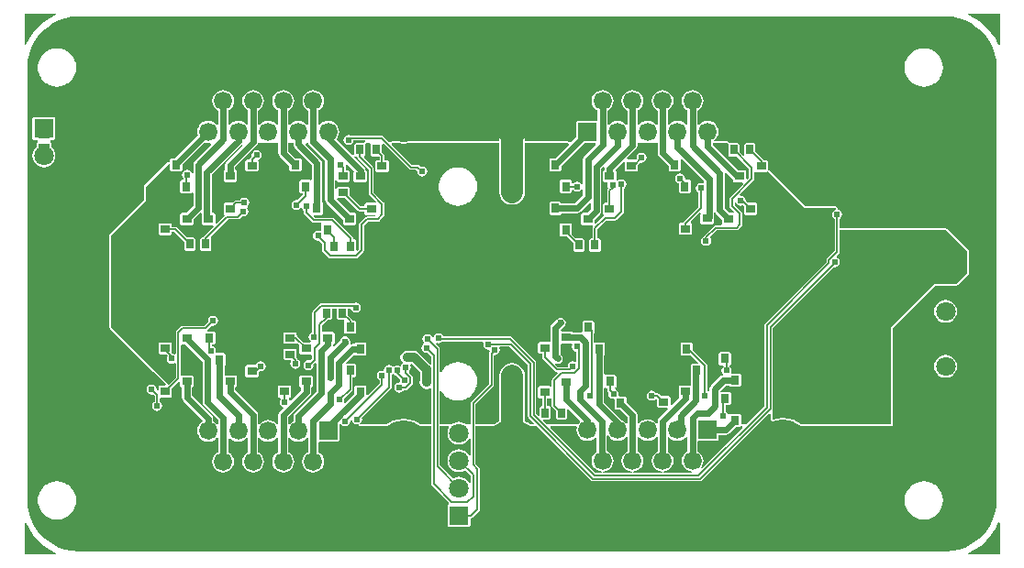
<source format=gbl>
G04 Layer_Physical_Order=2*
G04 Layer_Color=16711680*
%FSLAX25Y25*%
%MOIN*%
G70*
G01*
G75*
%ADD11R,0.03543X0.02756*%
%ADD13R,0.02756X0.03543*%
%ADD22C,0.00600*%
%ADD23C,0.03200*%
%ADD24C,0.02400*%
%ADD29C,0.05905*%
%ADD30C,0.07874*%
%ADD31C,0.18740*%
%ADD32R,0.06653X0.06653*%
%ADD33C,0.06653*%
%ADD34R,0.07087X0.07087*%
%ADD35C,0.07087*%
%ADD36R,0.07087X0.07087*%
%ADD37C,0.09842*%
%ADD38C,0.02400*%
%ADD39C,0.03600*%
%ADD40R,0.03937X0.02362*%
%ADD41R,0.03543X0.03150*%
%ADD42R,0.03150X0.03543*%
%ADD43C,0.08000*%
G36*
X1646Y9270D02*
X3160Y7005D01*
X4956Y4956D01*
X7005Y3160D01*
X9270Y1646D01*
X11594Y500D01*
X11478Y0D01*
X0Y0D01*
X0Y11478D01*
X500Y11594D01*
X1646Y9270D01*
X1646Y9270D02*
G37*
G36*
X354331Y11478D02*
X354331Y0D01*
X342853Y0D01*
X342737Y500D01*
X345060Y1646D01*
X347326Y3160D01*
X349374Y4956D01*
X351171Y7005D01*
X352685Y9270D01*
X353831Y11594D01*
X354331Y11478D01*
X354331Y11478D02*
G37*
G36*
X19685Y195729D02*
X334646Y195729D01*
X334688Y195737D01*
X337070Y195581D01*
X339453Y195107D01*
X341754Y194326D01*
X343933Y193252D01*
X345953Y191902D01*
X347780Y190300D01*
X349382Y188473D01*
X350732Y186453D01*
X351807Y184274D01*
X352588Y181973D01*
X353062Y179590D01*
X353218Y177208D01*
X353209Y177165D01*
X353209Y19685D01*
X353218Y19642D01*
X353062Y17260D01*
X352588Y14877D01*
X351807Y12577D01*
X350732Y10398D01*
X349382Y8377D01*
X347780Y6551D01*
X345953Y4949D01*
X343933Y3599D01*
X341754Y2524D01*
X339453Y1743D01*
X337070Y1269D01*
X334688Y1113D01*
X334646Y1122D01*
X19685Y1122D01*
X19642Y1113D01*
X17260Y1269D01*
X14877Y1743D01*
X12577Y2524D01*
X10398Y3599D01*
X8377Y4949D01*
X6551Y6551D01*
X4949Y8377D01*
X3599Y10398D01*
X2524Y12577D01*
X1743Y14877D01*
X1269Y17260D01*
X1113Y19642D01*
X1122Y19685D01*
X1122Y177165D01*
X1113Y177208D01*
X1269Y179590D01*
X1743Y181973D01*
X2524Y184274D01*
X3599Y186453D01*
X4949Y188473D01*
X6551Y190300D01*
X8377Y191902D01*
X10398Y193252D01*
X12577Y194326D01*
X14877Y195107D01*
X17260Y195581D01*
X19642Y195737D01*
X19685Y195729D01*
X19685Y195729D02*
G37*
G36*
X354331Y185373D02*
X353831Y185256D01*
X352685Y187580D01*
X351171Y189846D01*
X349374Y191894D01*
X347326Y193691D01*
X345060Y195204D01*
X342737Y196350D01*
X342853Y196850D01*
X354331Y196850D01*
X354331Y185373D01*
X354331Y185373D02*
G37*
G36*
X11594Y196350D02*
X9270Y195204D01*
X7005Y193691D01*
X4956Y191894D01*
X3160Y189846D01*
X1646Y187580D01*
X500Y185256D01*
X0Y185373D01*
X0Y196850D01*
X11478Y196850D01*
X11594Y196350D01*
X11594Y196350D02*
G37*
%LPC*%
G36*
X11811Y26664D02*
X11780Y26651D01*
X11747Y26661D01*
X10513Y26539D01*
X10454Y26508D01*
X10388Y26515D01*
X9200Y26154D01*
X9149Y26112D01*
X9083Y26106D01*
X7988Y25521D01*
X7946Y25469D01*
X7882Y25450D01*
X6923Y24663D01*
X6892Y24604D01*
X6833Y24573D01*
X6046Y23614D01*
X6027Y23550D01*
X5975Y23508D01*
X5390Y22413D01*
X5384Y22347D01*
X5342Y22296D01*
X4981Y21108D01*
X4988Y21042D01*
X4957Y20983D01*
X4835Y19749D01*
X4854Y19685D01*
X4835Y19621D01*
X4957Y18386D01*
X4988Y18328D01*
X4981Y18262D01*
X5342Y17074D01*
X5384Y17023D01*
X5390Y16957D01*
X5975Y15862D01*
X6027Y15820D01*
X6046Y15756D01*
X6833Y14797D01*
X6892Y14766D01*
X6923Y14707D01*
X7882Y13920D01*
X7946Y13901D01*
X7988Y13849D01*
X9083Y13264D01*
X9149Y13258D01*
X9200Y13216D01*
X10388Y12855D01*
X10454Y12862D01*
X10513Y12831D01*
X11747Y12709D01*
X11780Y12719D01*
X11811Y12706D01*
X11842Y12719D01*
X11875Y12709D01*
X13110Y12831D01*
X13168Y12862D01*
X13234Y12855D01*
X14422Y13216D01*
X14473Y13258D01*
X14539Y13264D01*
X15634Y13849D01*
X15676Y13901D01*
X15740Y13920D01*
X16699Y14707D01*
X16730Y14766D01*
X16789Y14797D01*
X17576Y15756D01*
X17595Y15820D01*
X17647Y15862D01*
X18232Y16957D01*
X18238Y17023D01*
X18280Y17074D01*
X18641Y18262D01*
X18634Y18328D01*
X18665Y18386D01*
X18787Y19621D01*
X18768Y19685D01*
X18787Y19749D01*
X18665Y20983D01*
X18634Y21042D01*
X18641Y21108D01*
X18280Y22296D01*
X18238Y22347D01*
X18232Y22413D01*
X17647Y23508D01*
X17595Y23550D01*
X17576Y23614D01*
X16789Y24573D01*
X16730Y24604D01*
X16699Y24663D01*
X15740Y25450D01*
X15676Y25469D01*
X15634Y25521D01*
X14539Y26106D01*
X14473Y26112D01*
X14422Y26154D01*
X13234Y26515D01*
X13168Y26508D01*
X13110Y26539D01*
X11875Y26661D01*
X11842Y26651D01*
X11811Y26664D01*
X11811Y26664D02*
G37*
G36*
X334646Y92604D02*
X333564Y92462D01*
X332556Y92044D01*
X331691Y91380D01*
X331027Y90515D01*
X330609Y89507D01*
X330467Y88425D01*
X330609Y87344D01*
X331027Y86336D01*
X331691Y85470D01*
X332556Y84806D01*
X333564Y84389D01*
X334646Y84246D01*
X335727Y84389D01*
X336735Y84806D01*
X337601Y85470D01*
X338265Y86336D01*
X338682Y87344D01*
X338825Y88425D01*
X338682Y89507D01*
X338265Y90515D01*
X337601Y91380D01*
X336735Y92044D01*
X335727Y92462D01*
X334646Y92604D01*
X334646Y92604D02*
G37*
G36*
X334646Y72604D02*
X333564Y72462D01*
X332556Y72044D01*
X331691Y71380D01*
X331027Y70515D01*
X330609Y69507D01*
X330467Y68425D01*
X330609Y67344D01*
X331027Y66336D01*
X331691Y65470D01*
X332556Y64806D01*
X333564Y64389D01*
X334646Y64246D01*
X335727Y64389D01*
X336735Y64806D01*
X337601Y65470D01*
X338265Y66336D01*
X338682Y67344D01*
X338825Y68425D01*
X338682Y69507D01*
X338265Y70515D01*
X337601Y71380D01*
X336735Y72044D01*
X335727Y72462D01*
X334646Y72604D01*
X334646Y72604D02*
G37*
G36*
X326772Y26664D02*
X326740Y26651D01*
X326708Y26661D01*
X325473Y26539D01*
X325414Y26508D01*
X325348Y26515D01*
X324161Y26154D01*
X324109Y26112D01*
X324043Y26106D01*
X322949Y25521D01*
X322907Y25469D01*
X322843Y25450D01*
X321884Y24663D01*
X321852Y24604D01*
X321794Y24573D01*
X321007Y23614D01*
X320987Y23550D01*
X320936Y23508D01*
X320351Y22413D01*
X320344Y22347D01*
X320302Y22296D01*
X319942Y21108D01*
X319949Y21042D01*
X319917Y20983D01*
X319796Y19749D01*
X319815Y19685D01*
X319796Y19621D01*
X319917Y18386D01*
X319949Y18328D01*
X319942Y18262D01*
X320302Y17074D01*
X320344Y17023D01*
X320351Y16957D01*
X320936Y15862D01*
X320987Y15820D01*
X321007Y15756D01*
X321794Y14797D01*
X321852Y14766D01*
X321884Y14707D01*
X322843Y13920D01*
X322907Y13901D01*
X322949Y13849D01*
X324043Y13264D01*
X324109Y13258D01*
X324161Y13216D01*
X325348Y12855D01*
X325414Y12862D01*
X325473Y12831D01*
X326708Y12709D01*
X326740Y12719D01*
X326772Y12706D01*
X326803Y12719D01*
X326835Y12709D01*
X328070Y12831D01*
X328129Y12862D01*
X328195Y12855D01*
X329382Y13216D01*
X329434Y13258D01*
X329500Y13264D01*
X330594Y13849D01*
X330637Y13901D01*
X330700Y13920D01*
X331659Y14707D01*
X331691Y14766D01*
X331749Y14797D01*
X332537Y15756D01*
X332556Y15820D01*
X332607Y15862D01*
X333192Y16957D01*
X333199Y17023D01*
X333241Y17074D01*
X333601Y18262D01*
X333595Y18328D01*
X333626Y18386D01*
X333748Y19621D01*
X333728Y19685D01*
X333748Y19749D01*
X333626Y20983D01*
X333595Y21042D01*
X333601Y21108D01*
X333241Y22296D01*
X333199Y22347D01*
X333192Y22413D01*
X332607Y23508D01*
X332556Y23550D01*
X332537Y23614D01*
X331749Y24573D01*
X331691Y24604D01*
X331659Y24663D01*
X330700Y25450D01*
X330637Y25469D01*
X330594Y25521D01*
X329500Y26106D01*
X329434Y26112D01*
X329382Y26154D01*
X328195Y26515D01*
X328129Y26508D01*
X328070Y26539D01*
X326835Y26661D01*
X326803Y26651D01*
X326772Y26664D01*
X326772Y26664D02*
G37*
G36*
X242736Y169000D02*
X241711Y168865D01*
X240756Y168469D01*
X239936Y167840D01*
X239306Y167020D01*
X238911Y166065D01*
X238776Y165039D01*
X238911Y164014D01*
X239306Y163059D01*
X239936Y162239D01*
X240756Y161609D01*
X240901Y161549D01*
X240901Y156416D01*
X240401Y156246D01*
X240084Y156659D01*
X239264Y157288D01*
X238309Y157684D01*
X237283Y157819D01*
X236258Y157684D01*
X235303Y157288D01*
X234483Y156659D01*
X234166Y156246D01*
X233666Y156416D01*
X233666Y161549D01*
X233811Y161609D01*
X234631Y162239D01*
X235261Y163059D01*
X235656Y164014D01*
X235791Y165039D01*
X235656Y166065D01*
X235261Y167020D01*
X234631Y167840D01*
X233811Y168469D01*
X232856Y168865D01*
X231831Y169000D01*
X230806Y168865D01*
X229850Y168469D01*
X229030Y167840D01*
X228401Y167020D01*
X228005Y166065D01*
X227870Y165039D01*
X228005Y164014D01*
X228401Y163059D01*
X229030Y162239D01*
X229850Y161609D01*
X229995Y161549D01*
X229995Y156416D01*
X229495Y156246D01*
X229179Y156659D01*
X228358Y157288D01*
X227403Y157684D01*
X226378Y157819D01*
X225353Y157684D01*
X224398Y157288D01*
X223577Y156659D01*
X223260Y156246D01*
X222760Y156416D01*
X222760Y161549D01*
X222905Y161609D01*
X223726Y162239D01*
X224355Y163059D01*
X224751Y164014D01*
X224886Y165039D01*
X224751Y166065D01*
X224355Y167020D01*
X223726Y167840D01*
X222905Y168469D01*
X221950Y168865D01*
X220925Y169000D01*
X219900Y168865D01*
X218945Y168469D01*
X218125Y167840D01*
X217495Y167020D01*
X217099Y166065D01*
X216965Y165039D01*
X217099Y164014D01*
X217495Y163059D01*
X218125Y162239D01*
X218945Y161609D01*
X219090Y161549D01*
X219090Y156416D01*
X218590Y156246D01*
X218273Y156659D01*
X217453Y157288D01*
X216497Y157684D01*
X215472Y157819D01*
X214447Y157684D01*
X213492Y157288D01*
X212672Y156659D01*
X212355Y156246D01*
X211855Y156416D01*
X211855Y161549D01*
X212000Y161609D01*
X212820Y162239D01*
X213450Y163059D01*
X213845Y164014D01*
X213980Y165039D01*
X213845Y166065D01*
X213450Y167020D01*
X212820Y167840D01*
X212000Y168469D01*
X211045Y168865D01*
X210020Y169000D01*
X208995Y168865D01*
X208039Y168469D01*
X207219Y167840D01*
X206590Y167020D01*
X206194Y166065D01*
X206059Y165039D01*
X206194Y164014D01*
X206590Y163059D01*
X207219Y162239D01*
X208039Y161609D01*
X208184Y161549D01*
X208184Y158029D01*
X207894Y157834D01*
X201240Y157834D01*
X200781Y157644D01*
X200591Y157185D01*
X200591Y152005D01*
X198509Y149924D01*
X197998Y150066D01*
X197879Y150115D01*
X197787Y150206D01*
X197658Y150206D01*
X197539Y150256D01*
X181805Y150256D01*
X181805Y159299D01*
X181825Y159449D01*
X181667Y160650D01*
X181203Y161769D01*
X180466Y162730D01*
X179505Y163467D01*
X178386Y163930D01*
X177185Y164088D01*
X175984Y163930D01*
X174865Y163467D01*
X173904Y162730D01*
X173885Y162710D01*
X173147Y161749D01*
X172684Y160630D01*
X172605Y160029D01*
X172526Y159429D01*
X172526Y159429D01*
X172526Y150256D01*
X139561Y150256D01*
X139529Y150243D01*
X139497Y150253D01*
X137776Y150083D01*
X136054Y150253D01*
X136022Y150243D01*
X135991Y150256D01*
X133598Y150256D01*
X133478Y150206D01*
X133349Y150206D01*
X133258Y150115D01*
X133139Y150066D01*
X132627Y149924D01*
X130327Y152224D01*
X130029Y152423D01*
X129678Y152492D01*
X118504Y152492D01*
X118428Y152477D01*
X118419Y152483D01*
X117717Y152623D01*
X117014Y152483D01*
X116419Y152085D01*
X116021Y151490D01*
X115881Y150787D01*
X116021Y150085D01*
X116419Y149490D01*
X117014Y149092D01*
X117717Y148952D01*
X118419Y149092D01*
X119014Y149490D01*
X119412Y150085D01*
X119526Y150657D01*
X123767Y150657D01*
X123919Y150157D01*
X123890Y150138D01*
X123715Y150066D01*
X123690Y150004D01*
X123634Y149967D01*
X123388Y149599D01*
X123228Y149665D01*
X120472Y149665D01*
X120013Y149475D01*
X119823Y149016D01*
X119823Y145473D01*
X119361Y145287D01*
X119141Y145265D01*
X113261Y151145D01*
X113824Y151878D01*
X114219Y152833D01*
X114354Y153858D01*
X114219Y154883D01*
X113824Y155839D01*
X113194Y156659D01*
X112374Y157288D01*
X111419Y157684D01*
X110394Y157819D01*
X109369Y157684D01*
X108413Y157288D01*
X107593Y156659D01*
X107276Y156246D01*
X106776Y156416D01*
X106776Y161549D01*
X106921Y161609D01*
X107741Y162239D01*
X108371Y163059D01*
X108767Y164014D01*
X108902Y165039D01*
X108767Y166065D01*
X108371Y167020D01*
X107741Y167840D01*
X106921Y168469D01*
X105966Y168865D01*
X104941Y169000D01*
X103916Y168865D01*
X102961Y168469D01*
X102140Y167840D01*
X101511Y167020D01*
X101115Y166065D01*
X100980Y165039D01*
X101115Y164014D01*
X101511Y163059D01*
X102140Y162239D01*
X102961Y161609D01*
X103106Y161549D01*
X103106Y156416D01*
X102606Y156246D01*
X102289Y156659D01*
X101469Y157288D01*
X100513Y157684D01*
X99488Y157819D01*
X98463Y157684D01*
X97508Y157288D01*
X96688Y156659D01*
X96371Y156246D01*
X95871Y156416D01*
X95871Y161549D01*
X96016Y161609D01*
X96836Y162239D01*
X97465Y163059D01*
X97861Y164014D01*
X97996Y165039D01*
X97861Y166065D01*
X97465Y167020D01*
X96836Y167840D01*
X96016Y168469D01*
X95060Y168865D01*
X94035Y169000D01*
X93010Y168865D01*
X92055Y168469D01*
X91235Y167840D01*
X90605Y167020D01*
X90210Y166065D01*
X90075Y165039D01*
X90210Y164014D01*
X90605Y163059D01*
X91235Y162239D01*
X92055Y161609D01*
X92200Y161549D01*
X92200Y156416D01*
X91700Y156246D01*
X91383Y156659D01*
X90563Y157288D01*
X89608Y157684D01*
X88583Y157819D01*
X87558Y157684D01*
X86602Y157288D01*
X85782Y156659D01*
X85465Y156246D01*
X84965Y156416D01*
X84965Y161549D01*
X85110Y161609D01*
X85931Y162239D01*
X86560Y163059D01*
X86956Y164014D01*
X87091Y165039D01*
X86956Y166065D01*
X86560Y167020D01*
X85931Y167840D01*
X85110Y168469D01*
X84155Y168865D01*
X83130Y169000D01*
X82105Y168865D01*
X81150Y168469D01*
X80329Y167840D01*
X79700Y167020D01*
X79304Y166065D01*
X79169Y165039D01*
X79304Y164014D01*
X79700Y163059D01*
X80329Y162239D01*
X81150Y161609D01*
X81295Y161549D01*
X81295Y156416D01*
X80795Y156246D01*
X80478Y156659D01*
X79658Y157288D01*
X78702Y157684D01*
X77677Y157819D01*
X76652Y157684D01*
X75697Y157288D01*
X74877Y156659D01*
X74560Y156246D01*
X74060Y156416D01*
X74060Y161549D01*
X74205Y161609D01*
X75025Y162239D01*
X75654Y163059D01*
X76050Y164014D01*
X76185Y165039D01*
X76050Y166065D01*
X75654Y167020D01*
X75025Y167840D01*
X74205Y168469D01*
X73250Y168865D01*
X72224Y169000D01*
X71199Y168865D01*
X70244Y168469D01*
X69424Y167840D01*
X68794Y167020D01*
X68399Y166065D01*
X68264Y165039D01*
X68399Y164014D01*
X68794Y163059D01*
X69424Y162239D01*
X70244Y161609D01*
X70389Y161549D01*
X70389Y156416D01*
X69889Y156246D01*
X69572Y156659D01*
X68752Y157288D01*
X67797Y157684D01*
X66772Y157819D01*
X65747Y157684D01*
X64791Y157288D01*
X63971Y156659D01*
X63342Y155839D01*
X62946Y154883D01*
X62811Y153858D01*
X62946Y152833D01*
X63006Y152688D01*
X54471Y144153D01*
X53543Y144153D01*
X53084Y143963D01*
X52894Y143504D01*
X52894Y143106D01*
X52432Y142845D01*
X52313Y142796D01*
X52183Y142796D01*
X52092Y142704D01*
X51973Y142655D01*
X43635Y134318D01*
X43445Y133858D01*
X43445Y129009D01*
X31037Y116601D01*
X30847Y116142D01*
X30847Y114173D01*
X30847Y86614D01*
X30847Y82677D01*
X31037Y82218D01*
X46785Y66470D01*
X46785Y66470D01*
X51317Y61938D01*
X51125Y61476D01*
X49409Y61476D01*
X48950Y61286D01*
X48760Y60827D01*
X48760Y59643D01*
X48281Y59441D01*
X48023Y59677D01*
X48095Y60039D01*
X47955Y60742D01*
X47558Y61337D01*
X46962Y61735D01*
X46260Y61875D01*
X45557Y61735D01*
X44962Y61337D01*
X44564Y60742D01*
X44425Y60039D01*
X44564Y59337D01*
X44962Y58742D01*
X45557Y58344D01*
X46260Y58204D01*
X46708Y58293D01*
X47311Y57691D01*
X47311Y55527D01*
X46931Y55273D01*
X46533Y54677D01*
X46393Y53975D01*
X46533Y53272D01*
X46931Y52677D01*
X47526Y52279D01*
X48228Y52140D01*
X48931Y52279D01*
X49526Y52677D01*
X49924Y53272D01*
X50064Y53975D01*
X49924Y54677D01*
X49526Y55273D01*
X49146Y55527D01*
X49146Y56852D01*
X49409Y57028D01*
X52953Y57028D01*
X53412Y57218D01*
X53602Y57677D01*
X53602Y60375D01*
X56134Y62907D01*
X56634Y62700D01*
X56634Y61417D01*
X56824Y60958D01*
X57220Y60794D01*
X57220Y57087D01*
X57360Y56384D01*
X57757Y55789D01*
X64661Y48886D01*
X64685Y48778D01*
X64592Y48253D01*
X63951Y47761D01*
X63322Y46941D01*
X62926Y45986D01*
X62791Y44961D01*
X62926Y43936D01*
X63322Y42980D01*
X63951Y42160D01*
X64772Y41531D01*
X65727Y41135D01*
X66752Y41000D01*
X67777Y41135D01*
X68732Y41531D01*
X69553Y42160D01*
X69889Y42599D01*
X70389Y42429D01*
X70389Y37278D01*
X70224Y37210D01*
X69404Y36580D01*
X68775Y35760D01*
X68379Y34805D01*
X68244Y33779D01*
X68379Y32754D01*
X68775Y31799D01*
X69404Y30979D01*
X70224Y30349D01*
X71180Y29954D01*
X72205Y29819D01*
X73230Y29954D01*
X74185Y30349D01*
X75005Y30979D01*
X75635Y31799D01*
X76030Y32754D01*
X76165Y33779D01*
X76030Y34805D01*
X75635Y35760D01*
X75005Y36580D01*
X74185Y37210D01*
X74060Y37262D01*
X74060Y42378D01*
X74560Y42547D01*
X74857Y42160D01*
X75677Y41531D01*
X76632Y41135D01*
X77658Y41000D01*
X78683Y41135D01*
X79638Y41531D01*
X80458Y42160D01*
X80795Y42599D01*
X81295Y42429D01*
X81295Y37278D01*
X81130Y37210D01*
X80310Y36580D01*
X79680Y35760D01*
X79285Y34805D01*
X79150Y33779D01*
X79285Y32754D01*
X79680Y31799D01*
X80310Y30979D01*
X81130Y30349D01*
X82085Y29954D01*
X83110Y29819D01*
X84135Y29954D01*
X85091Y30349D01*
X85911Y30979D01*
X86540Y31799D01*
X86936Y32754D01*
X87071Y33779D01*
X86936Y34805D01*
X86540Y35760D01*
X85911Y36580D01*
X85091Y37210D01*
X84965Y37262D01*
X84965Y42378D01*
X85465Y42547D01*
X85762Y42160D01*
X86583Y41531D01*
X87538Y41135D01*
X88563Y41000D01*
X89588Y41135D01*
X90543Y41531D01*
X91364Y42160D01*
X91700Y42599D01*
X92200Y42429D01*
X92200Y37278D01*
X92035Y37210D01*
X91215Y36580D01*
X90586Y35760D01*
X90190Y34805D01*
X90055Y33779D01*
X90190Y32754D01*
X90586Y31799D01*
X91215Y30979D01*
X92035Y30349D01*
X92991Y29954D01*
X94016Y29819D01*
X95041Y29954D01*
X95996Y30349D01*
X96816Y30979D01*
X97446Y31799D01*
X97841Y32754D01*
X97976Y33779D01*
X97841Y34805D01*
X97446Y35760D01*
X96816Y36580D01*
X95996Y37210D01*
X95871Y37262D01*
X95871Y42378D01*
X96371Y42547D01*
X96668Y42160D01*
X97488Y41531D01*
X98443Y41135D01*
X99468Y41000D01*
X100494Y41135D01*
X101449Y41531D01*
X102269Y42160D01*
X102586Y42573D01*
X103086Y42403D01*
X103086Y37270D01*
X102941Y37210D01*
X102121Y36580D01*
X101491Y35760D01*
X101096Y34805D01*
X100961Y33779D01*
X101096Y32754D01*
X101491Y31799D01*
X102121Y30979D01*
X102941Y30349D01*
X103896Y29954D01*
X104921Y29819D01*
X105946Y29954D01*
X106902Y30349D01*
X107722Y30979D01*
X108351Y31799D01*
X108747Y32754D01*
X108882Y33779D01*
X108747Y34805D01*
X108351Y35760D01*
X107722Y36580D01*
X106902Y37210D01*
X106756Y37270D01*
X106756Y40790D01*
X107047Y40984D01*
X113701Y40984D01*
X114160Y41175D01*
X114350Y41634D01*
X114350Y47624D01*
X114808Y47717D01*
X114840Y47710D01*
X114861Y47691D01*
X115238Y47128D01*
X115833Y46730D01*
X116535Y46590D01*
X117238Y46730D01*
X117833Y47128D01*
X118231Y47723D01*
X118371Y48425D01*
X118310Y48730D01*
X118620Y49021D01*
X119099Y48867D01*
X119171Y48510D01*
X119568Y47915D01*
X120164Y47517D01*
X120866Y47377D01*
X121314Y47466D01*
X121439Y47056D01*
X121540Y46932D01*
X121601Y46785D01*
X121692Y46747D01*
X121754Y46671D01*
X121913Y46656D01*
X122060Y46595D01*
X131634Y46595D01*
X131837Y46679D01*
X132046Y46742D01*
X132553Y47157D01*
X134172Y48023D01*
X135929Y48556D01*
X137756Y48736D01*
X139583Y48556D01*
X141340Y48023D01*
X142959Y47157D01*
X143465Y46742D01*
X143675Y46679D01*
X143877Y46595D01*
X147901Y46595D01*
X147901Y25591D01*
X147971Y25239D01*
X148170Y24942D01*
X154298Y18813D01*
X154304Y18729D01*
X154152Y18253D01*
X153872Y18136D01*
X153681Y17677D01*
X153681Y10591D01*
X153872Y10131D01*
X154331Y9941D01*
X161417Y9941D01*
X161876Y10131D01*
X162067Y10591D01*
X162067Y13216D01*
X162165Y13216D01*
X162516Y13286D01*
X162814Y13485D01*
X165216Y15887D01*
X165415Y16184D01*
X165485Y16535D01*
X165485Y31102D01*
X165415Y31453D01*
X165216Y31751D01*
X163910Y33057D01*
X163910Y46595D01*
X170680Y46595D01*
X170882Y46679D01*
X171092Y46742D01*
X171982Y47472D01*
X172097Y47534D01*
X172526Y47277D01*
X172526Y39705D01*
X172526Y39705D01*
X172605Y39104D01*
X172684Y38504D01*
X173147Y37385D01*
X173885Y36424D01*
X173904Y36404D01*
X174865Y35667D01*
X175984Y35203D01*
X177185Y35045D01*
X178386Y35203D01*
X179505Y35667D01*
X180466Y36404D01*
X181203Y37365D01*
X181667Y38484D01*
X181825Y39685D01*
X181805Y39834D01*
X181805Y47298D01*
X182234Y47555D01*
X182388Y47472D01*
X183278Y46742D01*
X183488Y46679D01*
X183690Y46595D01*
X184935Y46595D01*
X185054Y46644D01*
X185183Y46644D01*
X185275Y46735D01*
X185394Y46785D01*
X185905Y46927D01*
X205941Y26891D01*
X206238Y26692D01*
X206590Y26623D01*
X245379Y26623D01*
X245730Y26692D01*
X246028Y26891D01*
X270542Y51406D01*
X271004Y51214D01*
X271004Y49438D01*
X271023Y49391D01*
X271011Y49343D01*
X271116Y49167D01*
X271194Y48979D01*
X271241Y48959D01*
X271267Y48916D01*
X271767Y48546D01*
X271815Y48533D01*
X271847Y48494D01*
X272051Y48474D01*
X272249Y48425D01*
X272292Y48451D01*
X272342Y48446D01*
X273744Y48871D01*
X275571Y49051D01*
X277398Y48871D01*
X279155Y48338D01*
X280774Y47472D01*
X281664Y46742D01*
X281874Y46679D01*
X282076Y46595D01*
X314961Y46595D01*
X315420Y46785D01*
X315610Y47244D01*
X315610Y82408D01*
X330978Y97776D01*
X338583Y97776D01*
X339042Y97966D01*
X342979Y101903D01*
X343169Y102362D01*
X343169Y110236D01*
X342979Y110696D01*
X335105Y118570D01*
X334646Y118760D01*
X296193Y118760D01*
X296193Y122202D01*
X296573Y122456D01*
X296971Y123051D01*
X297111Y123753D01*
X296971Y124456D01*
X296573Y125051D01*
X295978Y125449D01*
X295395Y125565D01*
X295348Y126048D01*
X295245Y126241D01*
X295161Y126444D01*
X295129Y126456D01*
X295113Y126486D01*
X294904Y126550D01*
X294702Y126634D01*
X283734Y126634D01*
X276050Y134318D01*
X270571Y139796D01*
X270509Y139822D01*
X270472Y139877D01*
X270287Y139914D01*
X270138Y139976D01*
X270138Y142913D01*
X269947Y143373D01*
X269488Y143563D01*
X268496Y143563D01*
X268365Y143759D01*
X265610Y146514D01*
X265610Y149016D01*
X265420Y149475D01*
X264961Y149665D01*
X262205Y149665D01*
X261746Y149475D01*
X261555Y149016D01*
X261555Y145473D01*
X261627Y145299D01*
X261203Y145016D01*
X259705Y146514D01*
X259705Y149016D01*
X259514Y149475D01*
X259055Y149665D01*
X256299Y149665D01*
X256139Y149599D01*
X255893Y149967D01*
X255838Y150004D01*
X255812Y150066D01*
X255637Y150138D01*
X255480Y150243D01*
X255415Y150230D01*
X255353Y150256D01*
X250766Y150256D01*
X250596Y150756D01*
X250990Y151058D01*
X251619Y151878D01*
X252015Y152833D01*
X252150Y153858D01*
X252015Y154883D01*
X251619Y155839D01*
X250990Y156659D01*
X250169Y157288D01*
X249214Y157684D01*
X248189Y157819D01*
X247164Y157684D01*
X246209Y157288D01*
X245388Y156659D01*
X245072Y156246D01*
X244571Y156416D01*
X244571Y161549D01*
X244717Y161609D01*
X245537Y162239D01*
X246166Y163059D01*
X246562Y164014D01*
X246697Y165039D01*
X246562Y166065D01*
X246166Y167020D01*
X245537Y167840D01*
X244717Y168469D01*
X243761Y168865D01*
X242736Y169000D01*
X242736Y169000D02*
G37*
G36*
X11811Y184144D02*
X11780Y184132D01*
X11747Y184141D01*
X10513Y184020D01*
X10454Y183988D01*
X10388Y183995D01*
X9200Y183635D01*
X9149Y183592D01*
X9083Y183586D01*
X7988Y183001D01*
X7946Y182950D01*
X7882Y182930D01*
X6923Y182143D01*
X6892Y182085D01*
X6833Y182053D01*
X6046Y181094D01*
X6027Y181030D01*
X5975Y180988D01*
X5390Y179894D01*
X5384Y179828D01*
X5342Y179776D01*
X4981Y178589D01*
X4988Y178523D01*
X4957Y178464D01*
X4835Y177229D01*
X4854Y177165D01*
X4835Y177102D01*
X4957Y175867D01*
X4988Y175808D01*
X4981Y175742D01*
X5342Y174555D01*
X5384Y174503D01*
X5390Y174437D01*
X5975Y173343D01*
X6027Y173300D01*
X6046Y173237D01*
X6833Y172278D01*
X6892Y172246D01*
X6923Y172188D01*
X7882Y171400D01*
X7946Y171381D01*
X7988Y171330D01*
X9083Y170745D01*
X9149Y170738D01*
X9200Y170696D01*
X10388Y170336D01*
X10454Y170342D01*
X10513Y170311D01*
X11747Y170189D01*
X11780Y170199D01*
X11811Y170186D01*
X11842Y170199D01*
X11875Y170189D01*
X13110Y170311D01*
X13168Y170342D01*
X13234Y170336D01*
X14422Y170696D01*
X14473Y170738D01*
X14539Y170745D01*
X15634Y171330D01*
X15676Y171381D01*
X15740Y171400D01*
X16699Y172188D01*
X16730Y172246D01*
X16789Y172278D01*
X17576Y173237D01*
X17595Y173300D01*
X17647Y173343D01*
X18232Y174437D01*
X18238Y174503D01*
X18280Y174555D01*
X18641Y175742D01*
X18634Y175808D01*
X18665Y175867D01*
X18787Y177102D01*
X18768Y177165D01*
X18787Y177229D01*
X18665Y178464D01*
X18634Y178523D01*
X18641Y178589D01*
X18280Y179776D01*
X18238Y179828D01*
X18232Y179894D01*
X17647Y180988D01*
X17595Y181030D01*
X17576Y181094D01*
X16789Y182053D01*
X16730Y182085D01*
X16699Y182143D01*
X15740Y182930D01*
X15676Y182950D01*
X15634Y183001D01*
X14539Y183586D01*
X14473Y183592D01*
X14422Y183635D01*
X13234Y183995D01*
X13168Y183988D01*
X13110Y184020D01*
X11875Y184141D01*
X11842Y184132D01*
X11811Y184144D01*
X11811Y184144D02*
G37*
G36*
X39390Y164088D02*
X38189Y163930D01*
X37070Y163467D01*
X36109Y162730D01*
X36089Y162710D01*
X35352Y161749D01*
X34888Y160630D01*
X34730Y159429D01*
X34888Y158228D01*
X35352Y157109D01*
X36089Y156148D01*
X37050Y155411D01*
X38169Y154947D01*
X39370Y154789D01*
X40571Y154947D01*
X41690Y155411D01*
X42651Y156148D01*
X42671Y156168D01*
X43408Y157129D01*
X43871Y158248D01*
X44030Y159449D01*
X43871Y160650D01*
X43408Y161769D01*
X42671Y162730D01*
X41710Y163467D01*
X40591Y163930D01*
X39390Y164088D01*
X39390Y164088D02*
G37*
G36*
X10630Y159193D02*
X3543Y159193D01*
X3084Y159002D01*
X2894Y158543D01*
X2894Y151457D01*
X3084Y150997D01*
X3543Y150807D01*
X4623Y150807D01*
X4659Y150722D01*
X4798Y150664D01*
X4798Y150123D01*
X4659Y150066D01*
X4469Y149606D01*
X4469Y148214D01*
X4132Y147955D01*
X3467Y147090D01*
X3050Y146082D01*
X2908Y145000D01*
X3050Y143918D01*
X3467Y142911D01*
X4132Y142045D01*
X4997Y141381D01*
X6005Y140963D01*
X7087Y140821D01*
X8168Y140963D01*
X9176Y141381D01*
X10042Y142045D01*
X10706Y142911D01*
X11123Y143918D01*
X11266Y145000D01*
X11123Y146082D01*
X10706Y147090D01*
X10042Y147955D01*
X9705Y148214D01*
X9705Y149606D01*
X9514Y150066D01*
X9581Y150579D01*
X9816Y150807D01*
X10630Y150807D01*
X11089Y150997D01*
X11279Y151457D01*
X11279Y158543D01*
X11089Y159002D01*
X10630Y159193D01*
X10630Y159193D02*
G37*
G36*
X326772Y184144D02*
X326740Y184132D01*
X326708Y184141D01*
X325473Y184020D01*
X325414Y183988D01*
X325348Y183995D01*
X324161Y183635D01*
X324109Y183592D01*
X324043Y183586D01*
X322949Y183001D01*
X322907Y182950D01*
X322843Y182930D01*
X321884Y182143D01*
X321852Y182085D01*
X321794Y182053D01*
X321007Y181094D01*
X320987Y181030D01*
X320936Y180988D01*
X320351Y179894D01*
X320344Y179828D01*
X320302Y179776D01*
X319942Y178589D01*
X319949Y178523D01*
X319917Y178464D01*
X319796Y177229D01*
X319815Y177165D01*
X319796Y177102D01*
X319917Y175867D01*
X319949Y175808D01*
X319942Y175742D01*
X320302Y174555D01*
X320344Y174503D01*
X320351Y174437D01*
X320936Y173343D01*
X320987Y173300D01*
X321007Y173237D01*
X321794Y172278D01*
X321852Y172246D01*
X321884Y172188D01*
X322843Y171400D01*
X322907Y171381D01*
X322949Y171330D01*
X324043Y170745D01*
X324109Y170738D01*
X324161Y170696D01*
X325348Y170336D01*
X325414Y170342D01*
X325473Y170311D01*
X326708Y170189D01*
X326740Y170199D01*
X326772Y170186D01*
X326803Y170199D01*
X326835Y170189D01*
X328070Y170311D01*
X328129Y170342D01*
X328195Y170336D01*
X329382Y170696D01*
X329434Y170738D01*
X329500Y170745D01*
X330594Y171330D01*
X330637Y171381D01*
X330700Y171400D01*
X331659Y172188D01*
X331691Y172246D01*
X331749Y172278D01*
X332537Y173237D01*
X332556Y173300D01*
X332607Y173343D01*
X333192Y174437D01*
X333199Y174503D01*
X333241Y174555D01*
X333601Y175742D01*
X333595Y175808D01*
X333626Y175867D01*
X333748Y177102D01*
X333728Y177165D01*
X333748Y177229D01*
X333626Y178464D01*
X333595Y178523D01*
X333601Y178589D01*
X333241Y179776D01*
X333199Y179828D01*
X333192Y179894D01*
X332607Y180988D01*
X332556Y181030D01*
X332537Y181094D01*
X331749Y182053D01*
X331691Y182085D01*
X331659Y182143D01*
X330700Y182930D01*
X330637Y182950D01*
X330594Y183001D01*
X329500Y183586D01*
X329434Y183592D01*
X329382Y183635D01*
X328195Y183995D01*
X328129Y183988D01*
X328070Y184020D01*
X326835Y184141D01*
X326803Y184132D01*
X326772Y184144D01*
X326772Y184144D02*
G37*
%LPD*%
G36*
X191602Y56763D02*
X191602Y54134D01*
X191672Y53783D01*
X191871Y53485D01*
X193051Y52305D01*
X193051Y49803D01*
X193242Y49344D01*
X193701Y49154D01*
X196457Y49154D01*
X196916Y49344D01*
X197106Y49803D01*
X197106Y52741D01*
X197606Y52948D01*
X201901Y48653D01*
X201868Y48154D01*
X201766Y48076D01*
X201137Y47256D01*
X201132Y47244D01*
X189880Y47244D01*
X188433Y48692D01*
X188624Y49154D01*
X190551Y49154D01*
X191010Y49344D01*
X191201Y49803D01*
X191201Y53346D01*
X191010Y53806D01*
X190551Y53996D01*
X189894Y53996D01*
X189894Y56831D01*
X190748Y56831D01*
X191102Y56977D01*
X191602Y56763D01*
X191602Y56763D02*
G37*
G36*
X64700Y70194D02*
X64700Y55512D01*
X64840Y54809D01*
X65238Y54214D01*
X70389Y49063D01*
X70389Y47388D01*
X69889Y47323D01*
X69553Y47761D01*
X68732Y48391D01*
X68607Y48443D01*
X68607Y49370D01*
X68467Y50072D01*
X68069Y50668D01*
X60890Y57847D01*
X60890Y60794D01*
X61286Y60958D01*
X61476Y61417D01*
X61476Y64567D01*
X61286Y65026D01*
X60827Y65216D01*
X57284Y65216D01*
X56823Y65567D01*
X56823Y76165D01*
X57284Y76516D01*
X58378Y76516D01*
X64700Y70194D01*
X64700Y70194D02*
G37*
G36*
X143820Y66394D02*
X143820Y63561D01*
X143802Y63535D01*
X143616Y62598D01*
X143802Y61662D01*
X144333Y60868D01*
X145127Y60338D01*
X146063Y60151D01*
X146999Y60338D01*
X147401Y60606D01*
X147901Y60339D01*
X147901Y47244D01*
X143877Y47244D01*
X143322Y47700D01*
X141590Y48626D01*
X139710Y49196D01*
X137756Y49388D01*
X135801Y49196D01*
X133922Y48626D01*
X132190Y47700D01*
X131634Y47244D01*
X122060Y47244D01*
X121908Y47744D01*
X122164Y47915D01*
X122562Y48510D01*
X122701Y49213D01*
X122612Y49661D01*
X133082Y60130D01*
X133281Y60428D01*
X133350Y60779D01*
X133350Y65219D01*
X133806Y65640D01*
X134135Y65631D01*
X134731Y65233D01*
X135121Y65156D01*
X136443Y63834D01*
X136353Y63386D01*
X136444Y62931D01*
X136259Y62546D01*
X136072Y62436D01*
X135518Y62326D01*
X134923Y61928D01*
X134525Y61332D01*
X134385Y60630D01*
X134525Y59928D01*
X134923Y59332D01*
X135518Y58934D01*
X136221Y58795D01*
X136923Y58934D01*
X137518Y59332D01*
X137772Y59712D01*
X138403Y59712D01*
X138754Y59782D01*
X139052Y59981D01*
X140938Y61867D01*
X141137Y62165D01*
X141206Y62516D01*
X141206Y64256D01*
X141137Y64607D01*
X140938Y64905D01*
X139713Y66130D01*
X139762Y66734D01*
X139880Y66812D01*
X140278Y67408D01*
X140418Y68110D01*
X140278Y68812D01*
X140274Y68818D01*
X140520Y69321D01*
X140855Y69358D01*
X143820Y66394D01*
X143820Y66394D02*
G37*
G36*
X211221Y60571D02*
X211878Y60571D01*
X211878Y59646D01*
X211947Y59294D01*
X212146Y58997D01*
X212237Y58906D01*
X212148Y58458D01*
X212288Y57756D01*
X212685Y57160D01*
X213281Y56762D01*
X213983Y56623D01*
X214311Y56353D01*
X214311Y53347D01*
X214501Y52887D01*
X214961Y52697D01*
X216361Y52697D01*
X219090Y49968D01*
X219090Y47833D01*
X218590Y47663D01*
X218273Y48076D01*
X217453Y48706D01*
X216976Y48903D01*
X216770Y49211D01*
X210497Y55485D01*
X210497Y60373D01*
X210997Y60664D01*
X211221Y60571D01*
X211221Y60571D02*
G37*
G36*
X182922Y68930D02*
X182922Y50290D01*
X182992Y49939D01*
X183191Y49641D01*
X185126Y47706D01*
X184935Y47244D01*
X183690Y47244D01*
X182751Y48015D01*
X181805Y48520D01*
X181805Y64961D01*
X181647Y66162D01*
X181183Y67281D01*
X180446Y68241D01*
X179485Y68979D01*
X178366Y69442D01*
X177165Y69600D01*
X175964Y69442D01*
X174846Y68979D01*
X173885Y68241D01*
X173147Y67281D01*
X172684Y66162D01*
X172526Y64961D01*
X172526Y48500D01*
X171619Y48015D01*
X170680Y47244D01*
X163910Y47244D01*
X163910Y54738D01*
X170333Y61162D01*
X170532Y61459D01*
X170602Y61810D01*
X170602Y72358D01*
X170866Y72574D01*
X171569Y72714D01*
X172164Y73112D01*
X172562Y73707D01*
X172701Y74410D01*
X172566Y75092D01*
X172557Y75181D01*
X172820Y75592D01*
X176260Y75592D01*
X182922Y68930D01*
X182922Y68930D02*
G37*
G36*
X223577Y42475D02*
X224398Y41846D01*
X225353Y41450D01*
X226378Y41315D01*
X227403Y41450D01*
X228358Y41846D01*
X229179Y42475D01*
X229495Y42888D01*
X229995Y42718D01*
X229995Y37585D01*
X229850Y37525D01*
X229030Y36895D01*
X228401Y36075D01*
X228005Y35120D01*
X227870Y34095D01*
X228005Y33069D01*
X228401Y32114D01*
X229030Y31294D01*
X229850Y30665D01*
X230806Y30269D01*
X231649Y30158D01*
X231616Y29658D01*
X221140Y29658D01*
X221107Y30158D01*
X221950Y30269D01*
X222905Y30665D01*
X223726Y31294D01*
X224355Y32114D01*
X224751Y33069D01*
X224886Y34095D01*
X224751Y35120D01*
X224355Y36075D01*
X223726Y36895D01*
X222905Y37525D01*
X222760Y37585D01*
X222760Y42718D01*
X223260Y42888D01*
X223577Y42475D01*
X223577Y42475D02*
G37*
G36*
X212042Y43295D02*
X212672Y42475D01*
X213492Y41846D01*
X214447Y41450D01*
X215472Y41315D01*
X216497Y41450D01*
X217453Y41846D01*
X218273Y42475D01*
X218590Y42888D01*
X219090Y42718D01*
X219090Y37585D01*
X218945Y37525D01*
X218125Y36895D01*
X217495Y36075D01*
X217099Y35120D01*
X216965Y34095D01*
X217099Y33069D01*
X217495Y32114D01*
X218125Y31294D01*
X218945Y30665D01*
X219900Y30269D01*
X220743Y30158D01*
X220710Y29658D01*
X210234Y29658D01*
X210202Y30158D01*
X211045Y30269D01*
X212000Y30665D01*
X212820Y31294D01*
X213450Y32114D01*
X213845Y33069D01*
X213980Y34095D01*
X213845Y35120D01*
X213450Y36075D01*
X212820Y36895D01*
X212000Y37525D01*
X211529Y37720D01*
X211529Y43228D01*
X212029Y43328D01*
X212042Y43295D01*
X212042Y43295D02*
G37*
G36*
X200714Y46095D02*
X200606Y45276D01*
X200741Y44251D01*
X201137Y43295D01*
X201766Y42475D01*
X202587Y41846D01*
X203542Y41450D01*
X204567Y41315D01*
X205592Y41450D01*
X206547Y41846D01*
X207358Y42468D01*
X207546Y42443D01*
X207858Y42337D01*
X207858Y37386D01*
X207219Y36895D01*
X206590Y36075D01*
X206194Y35120D01*
X206059Y34095D01*
X206194Y33069D01*
X206590Y32114D01*
X207219Y31294D01*
X208039Y30665D01*
X208995Y30269D01*
X209838Y30158D01*
X209805Y29658D01*
X207467Y29658D01*
X190992Y46133D01*
X191183Y46595D01*
X200378Y46595D01*
X200714Y46095D01*
X200714Y46095D02*
G37*
G36*
X240901Y42718D02*
X240901Y37585D01*
X240756Y37525D01*
X239936Y36895D01*
X239306Y36075D01*
X238911Y35120D01*
X238776Y34095D01*
X238911Y33069D01*
X239306Y32114D01*
X239936Y31294D01*
X240756Y30665D01*
X241711Y30269D01*
X242554Y30158D01*
X242522Y29658D01*
X232046Y29658D01*
X232013Y30158D01*
X232856Y30269D01*
X233811Y30665D01*
X234631Y31294D01*
X235261Y32114D01*
X235656Y33069D01*
X235791Y34095D01*
X235656Y35120D01*
X235261Y36075D01*
X234631Y36895D01*
X233811Y37525D01*
X233666Y37585D01*
X233666Y42718D01*
X234166Y42888D01*
X234483Y42475D01*
X235303Y41846D01*
X236258Y41450D01*
X237283Y41315D01*
X238309Y41450D01*
X239264Y41846D01*
X240084Y42475D01*
X240401Y42888D01*
X240901Y42718D01*
X240901Y42718D02*
G37*
G36*
X154201Y46095D02*
X153837Y45215D01*
X153695Y44134D01*
X153837Y43052D01*
X154255Y42044D01*
X154919Y41179D01*
X155784Y40515D01*
X156792Y40097D01*
X157874Y39955D01*
X158956Y40097D01*
X159964Y40515D01*
X160829Y41179D01*
X161493Y42044D01*
X161574Y42241D01*
X162074Y42141D01*
X162074Y36127D01*
X161574Y36027D01*
X161493Y36223D01*
X160829Y37089D01*
X159964Y37753D01*
X158956Y38170D01*
X157874Y38313D01*
X156792Y38170D01*
X155784Y37753D01*
X154919Y37089D01*
X154255Y36223D01*
X153837Y35215D01*
X153695Y34134D01*
X153837Y33052D01*
X154255Y32044D01*
X154919Y31179D01*
X155784Y30515D01*
X156792Y30097D01*
X157874Y29955D01*
X158956Y30097D01*
X159964Y30515D01*
X160095Y30615D01*
X162074Y28636D01*
X162074Y26127D01*
X161574Y26027D01*
X161493Y26223D01*
X160829Y27089D01*
X159964Y27753D01*
X158956Y28170D01*
X157874Y28313D01*
X156792Y28170D01*
X155784Y27753D01*
X155653Y27652D01*
X150936Y32369D01*
X150936Y46595D01*
X153973Y46595D01*
X154201Y46095D01*
X154201Y46095D02*
G37*
G36*
X260794Y46574D02*
X260977Y46133D01*
X246263Y31419D01*
X245886Y31750D01*
X246166Y32114D01*
X246562Y33069D01*
X246697Y34095D01*
X246562Y35120D01*
X246166Y36075D01*
X245537Y36895D01*
X244717Y37525D01*
X244571Y37585D01*
X244571Y41105D01*
X244862Y41299D01*
X251516Y41299D01*
X251975Y41490D01*
X252165Y41949D01*
X252165Y43440D01*
X254724Y43440D01*
X255427Y43580D01*
X256022Y43978D01*
X258442Y46398D01*
X259842Y46398D01*
X260302Y46588D01*
X260492Y46595D01*
X260648Y46595D01*
X260794Y46574D01*
X260794Y46574D02*
G37*
G36*
X255687Y149106D02*
X255650Y149016D01*
X255650Y145473D01*
X255840Y145013D01*
X256299Y144823D01*
X258801Y144823D01*
X263256Y140368D01*
X263256Y136994D01*
X262764Y136502D01*
X262264Y136709D01*
X262264Y139173D01*
X262073Y139632D01*
X261614Y139823D01*
X259229Y139823D01*
X250024Y149028D01*
X250024Y149606D01*
X255353Y149606D01*
X255687Y149106D01*
X255687Y149106D02*
G37*
G36*
X103219Y149606D02*
X103245Y149475D01*
X103643Y148879D01*
X109188Y143334D01*
X109188Y129134D01*
X109328Y128431D01*
X109726Y127836D01*
X115689Y121873D01*
X115689Y120472D01*
X115879Y120013D01*
X116339Y119823D01*
X119882Y119823D01*
X120341Y120013D01*
X120531Y120472D01*
X120531Y123622D01*
X120341Y124081D01*
X119882Y124272D01*
X118481Y124272D01*
X113383Y129370D01*
X113666Y129794D01*
X113976Y129666D01*
X116478Y129666D01*
X121005Y125138D01*
X121302Y124940D01*
X121654Y124870D01*
X123563Y124870D01*
X123563Y124213D01*
X123753Y123753D01*
X124213Y123563D01*
X127568Y123563D01*
X127858Y123130D01*
X127865Y123101D01*
X127776Y122965D01*
X124409Y122965D01*
X124058Y122895D01*
X123761Y122696D01*
X121792Y120728D01*
X121593Y120430D01*
X121523Y120079D01*
X121523Y111010D01*
X121031Y110518D01*
X120531Y110725D01*
X120531Y113976D01*
X120341Y114436D01*
X119882Y114626D01*
X119422Y114626D01*
X119422Y114961D01*
X119352Y115312D01*
X119153Y115610D01*
X112460Y122302D01*
X112162Y122501D01*
X111811Y122571D01*
X105498Y122571D01*
X105006Y123063D01*
X105213Y123563D01*
X107874Y123563D01*
X108333Y123753D01*
X108523Y124213D01*
X108523Y127756D01*
X108333Y128215D01*
X108134Y128297D01*
X108134Y142520D01*
X107995Y143222D01*
X107597Y143817D01*
X102270Y149144D01*
X102461Y149606D01*
X103219Y149606D01*
X103219Y149606D02*
G37*
G36*
X210834Y140908D02*
X210763Y140551D01*
X210763Y139993D01*
X210367Y139829D01*
X210177Y139370D01*
X210177Y136221D01*
X210367Y135761D01*
X210827Y135571D01*
X211716Y135571D01*
X211907Y135214D01*
X211937Y135071D01*
X211807Y134421D01*
X211947Y133718D01*
X212263Y133246D01*
X211950Y132932D01*
X211751Y132635D01*
X211681Y132284D01*
X211681Y128012D01*
X210827Y128012D01*
X210368Y127821D01*
X210177Y127362D01*
X210177Y124213D01*
X210368Y123753D01*
X210456Y123717D01*
X210485Y123163D01*
X210375Y123090D01*
X207607Y120323D01*
X207413Y120386D01*
X207146Y120568D01*
X207146Y121873D01*
X209022Y123749D01*
X209420Y124345D01*
X209560Y125047D01*
X209560Y140341D01*
X210373Y141154D01*
X210834Y140908D01*
X210834Y140908D02*
G37*
G36*
X120472Y144823D02*
X120933Y144823D01*
X120933Y144685D01*
X121003Y144334D01*
X121202Y144036D01*
X125067Y140171D01*
X125067Y131496D01*
X125136Y131145D01*
X125335Y130847D01*
X127671Y128512D01*
X127464Y128012D01*
X124213Y128012D01*
X123753Y127821D01*
X123563Y127362D01*
X123563Y126705D01*
X122034Y126705D01*
X118169Y130570D01*
X118169Y133071D01*
X117979Y133530D01*
X117520Y133720D01*
X113976Y133720D01*
X113517Y133530D01*
X113327Y133071D01*
X112859Y133148D01*
X112859Y136143D01*
X113327Y136221D01*
X113517Y135761D01*
X113976Y135571D01*
X117520Y135571D01*
X117979Y135761D01*
X118169Y136221D01*
X118169Y138976D01*
X117979Y139436D01*
X117520Y139626D01*
X116666Y139626D01*
X116666Y140945D01*
X116650Y141021D01*
X116656Y141030D01*
X116793Y141716D01*
X116865Y141765D01*
X117262Y141954D01*
X119748Y139468D01*
X119626Y139173D01*
X119626Y136024D01*
X119816Y135564D01*
X120276Y135374D01*
X123819Y135374D01*
X124278Y135564D01*
X124468Y136024D01*
X124468Y139173D01*
X124278Y139632D01*
X123875Y139799D01*
X123743Y140466D01*
X123345Y141061D01*
X119879Y144528D01*
X120162Y144952D01*
X120472Y144823D01*
X120472Y144823D02*
G37*
G36*
X257421Y136440D02*
X257421Y136024D01*
X257612Y135564D01*
X258071Y135374D01*
X260928Y135374D01*
X261136Y134874D01*
X256438Y130176D01*
X256239Y129879D01*
X256169Y129527D01*
X256169Y126772D01*
X256239Y126420D01*
X256438Y126123D01*
X257827Y124733D01*
X257764Y124539D01*
X257582Y124272D01*
X256277Y124272D01*
X254347Y126201D01*
X254347Y138807D01*
X254391Y138848D01*
X254813Y139049D01*
X257421Y136440D01*
X257421Y136440D02*
G37*
G36*
X67617Y149606D02*
X67809Y149144D01*
X61844Y143180D01*
X61446Y142584D01*
X61307Y141882D01*
X61307Y138660D01*
X60807Y138611D01*
X60751Y138891D01*
X60353Y139487D01*
X59757Y139884D01*
X59055Y140024D01*
X58353Y139884D01*
X57757Y139487D01*
X57360Y138891D01*
X57220Y138189D01*
X57360Y137487D01*
X57757Y136891D01*
X57941Y136769D01*
X57941Y136279D01*
X57284Y136279D01*
X56824Y136089D01*
X56634Y135630D01*
X56634Y132087D01*
X56824Y131627D01*
X57284Y131437D01*
X60433Y131437D01*
X60807Y131592D01*
X61307Y131388D01*
X61307Y126894D01*
X58684Y124272D01*
X57284Y124272D01*
X56824Y124081D01*
X56634Y123622D01*
X56634Y120472D01*
X56824Y120013D01*
X57284Y119823D01*
X60827Y119823D01*
X61286Y120013D01*
X61476Y120472D01*
X61476Y121873D01*
X63956Y124353D01*
X64456Y124145D01*
X64456Y122685D01*
X64508Y122423D01*
X64508Y120472D01*
X64698Y120013D01*
X65158Y119823D01*
X68606Y119823D01*
X68788Y119555D01*
X68851Y119361D01*
X65296Y115806D01*
X65097Y115509D01*
X65078Y115413D01*
X64567Y115413D01*
X64108Y115223D01*
X63917Y114764D01*
X63917Y111221D01*
X64108Y110761D01*
X64567Y110571D01*
X67323Y110571D01*
X67782Y110761D01*
X67972Y111221D01*
X67972Y114764D01*
X67782Y115223D01*
X67703Y115618D01*
X74002Y121917D01*
X77559Y121917D01*
X77910Y121987D01*
X78208Y122186D01*
X79079Y123057D01*
X79527Y122968D01*
X80230Y123107D01*
X80825Y123505D01*
X81223Y124101D01*
X81363Y124803D01*
X81223Y125505D01*
X80947Y125918D01*
X80825Y126101D01*
X81057Y126547D01*
X81219Y126655D01*
X81617Y127250D01*
X81757Y127953D01*
X81617Y128655D01*
X81219Y129251D01*
X80624Y129648D01*
X79921Y129788D01*
X79219Y129648D01*
X78623Y129251D01*
X78370Y128870D01*
X76968Y128870D01*
X76617Y128800D01*
X76320Y128602D01*
X75730Y128012D01*
X73032Y128012D01*
X72572Y127821D01*
X72382Y127362D01*
X72382Y124213D01*
X72572Y123753D01*
X72664Y123174D01*
X69812Y120323D01*
X69618Y120386D01*
X69350Y120568D01*
X69350Y123622D01*
X69160Y124081D01*
X68701Y124272D01*
X68126Y124272D01*
X68126Y138366D01*
X78975Y149214D01*
X79021Y149283D01*
X79049Y149281D01*
X79235Y148760D01*
X73505Y143030D01*
X73108Y142435D01*
X72968Y141732D01*
X72968Y139993D01*
X72572Y139829D01*
X72382Y139370D01*
X72382Y136221D01*
X72572Y135761D01*
X73032Y135571D01*
X76575Y135571D01*
X77034Y135761D01*
X77224Y136221D01*
X77224Y139370D01*
X77034Y139829D01*
X76638Y139993D01*
X76638Y140972D01*
X84428Y148761D01*
X84825Y149357D01*
X84875Y149606D01*
X92200Y149606D01*
X92200Y146122D01*
X92340Y145420D01*
X92738Y144824D01*
X96201Y141361D01*
X96201Y139961D01*
X96391Y139501D01*
X96850Y139311D01*
X100000Y139311D01*
X100459Y139501D01*
X100649Y139961D01*
X100649Y143504D01*
X100459Y143963D01*
X100000Y144153D01*
X98600Y144153D01*
X95871Y146882D01*
X95871Y149606D01*
X97653Y149606D01*
X97653Y149331D01*
X97793Y148628D01*
X98190Y148033D01*
X104464Y141760D01*
X104464Y136478D01*
X103964Y136187D01*
X103740Y136279D01*
X100591Y136279D01*
X100131Y136089D01*
X99941Y135630D01*
X99941Y132087D01*
X100131Y131627D01*
X100591Y131437D01*
X101248Y131437D01*
X101248Y130892D01*
X99267Y128911D01*
X98819Y129001D01*
X98117Y128861D01*
X97521Y128463D01*
X97123Y127868D01*
X96984Y127165D01*
X97123Y126463D01*
X97521Y125868D01*
X98117Y125470D01*
X98819Y125330D01*
X99521Y125470D01*
X100117Y125868D01*
X100181Y125964D01*
X100307Y125992D01*
X100760Y125930D01*
X101065Y125474D01*
X101445Y125220D01*
X101445Y124409D01*
X101514Y124058D01*
X101713Y123761D01*
X104469Y121005D01*
X104767Y120806D01*
X105118Y120736D01*
X107747Y120736D01*
X107962Y120236D01*
X107815Y119882D01*
X107815Y117900D01*
X107458Y117709D01*
X107315Y117679D01*
X106665Y117808D01*
X105962Y117669D01*
X105367Y117271D01*
X104969Y116675D01*
X104829Y115973D01*
X104969Y115271D01*
X105367Y114675D01*
X105962Y114278D01*
X106665Y114138D01*
X107043Y114213D01*
X108138Y113119D01*
X108138Y110630D01*
X108207Y110279D01*
X108406Y109981D01*
X110375Y108013D01*
X110672Y107814D01*
X111024Y107744D01*
X120472Y107744D01*
X120824Y107814D01*
X121121Y108013D01*
X123090Y109981D01*
X123289Y110279D01*
X123359Y110630D01*
X123359Y119699D01*
X124790Y121130D01*
X128347Y121130D01*
X128698Y121200D01*
X128995Y121398D01*
X130570Y122973D01*
X130769Y123271D01*
X130839Y123622D01*
X130839Y127559D01*
X130769Y127910D01*
X130570Y128208D01*
X126902Y131876D01*
X126902Y140551D01*
X126832Y140902D01*
X126633Y141200D01*
X123457Y144376D01*
X123574Y144966D01*
X123688Y145013D01*
X123878Y145473D01*
X123878Y149016D01*
X123840Y149106D01*
X124174Y149606D01*
X125432Y149606D01*
X125766Y149106D01*
X125728Y149016D01*
X125728Y145473D01*
X125919Y145013D01*
X126378Y144823D01*
X128879Y144823D01*
X129004Y144699D01*
X129004Y143563D01*
X128150Y143563D01*
X127690Y143373D01*
X127500Y142913D01*
X127500Y139764D01*
X127690Y139305D01*
X128150Y139114D01*
X131693Y139114D01*
X132152Y139305D01*
X132342Y139764D01*
X132342Y142913D01*
X132152Y143373D01*
X131693Y143563D01*
X130839Y143563D01*
X130839Y145079D01*
X130769Y145430D01*
X130570Y145728D01*
X129783Y146514D01*
X129783Y149016D01*
X130100Y149406D01*
X130517Y149438D01*
X139709Y140246D01*
X140007Y140048D01*
X140358Y139978D01*
X142293Y139978D01*
X142683Y139519D01*
X142653Y139370D01*
X142793Y138668D01*
X143191Y138072D01*
X143786Y137674D01*
X144488Y137535D01*
X145191Y137674D01*
X145786Y138072D01*
X146184Y138668D01*
X146324Y139370D01*
X146184Y140072D01*
X145786Y140668D01*
X145191Y141066D01*
X144488Y141205D01*
X144040Y141116D01*
X143612Y141544D01*
X143314Y141743D01*
X142963Y141813D01*
X140738Y141813D01*
X133406Y149144D01*
X133598Y149606D01*
X135991Y149606D01*
X137776Y149431D01*
X139561Y149606D01*
X172526Y149606D01*
X172526Y131890D01*
X172684Y130689D01*
X173147Y129570D01*
X173885Y128609D01*
X174846Y127872D01*
X175964Y127408D01*
X177165Y127250D01*
X178366Y127408D01*
X179485Y127872D01*
X180446Y128609D01*
X181183Y129570D01*
X181647Y130689D01*
X181805Y131890D01*
X181805Y149606D01*
X197539Y149606D01*
X197730Y149144D01*
X192739Y144153D01*
X191339Y144153D01*
X190879Y143963D01*
X190689Y143504D01*
X190689Y139961D01*
X190879Y139501D01*
X191339Y139311D01*
X194488Y139311D01*
X194947Y139501D01*
X195138Y139961D01*
X195138Y141361D01*
X203383Y149606D01*
X207381Y149606D01*
X207573Y149144D01*
X203427Y144999D01*
X203029Y144403D01*
X202889Y143701D01*
X202889Y134853D01*
X202389Y134701D01*
X202085Y135156D01*
X201490Y135554D01*
X200787Y135694D01*
X200085Y135554D01*
X199490Y135156D01*
X199378Y134988D01*
X198878Y135140D01*
X198878Y135630D01*
X198688Y136089D01*
X198228Y136279D01*
X195079Y136279D01*
X194620Y136089D01*
X194429Y135630D01*
X194429Y132087D01*
X194620Y131627D01*
X195079Y131437D01*
X198228Y131437D01*
X198688Y131627D01*
X198878Y132087D01*
X198878Y132576D01*
X199378Y132728D01*
X199490Y132561D01*
X200085Y132163D01*
X200787Y132023D01*
X201490Y132163D01*
X202085Y132561D01*
X202389Y133016D01*
X202889Y132864D01*
X202889Y130681D01*
X200027Y127820D01*
X195111Y127820D01*
X194947Y128215D01*
X194488Y128405D01*
X191339Y128405D01*
X190879Y128215D01*
X190689Y127756D01*
X190689Y124213D01*
X190879Y123753D01*
X191339Y123563D01*
X194488Y123563D01*
X194947Y123753D01*
X195111Y124149D01*
X200787Y124149D01*
X201490Y124289D01*
X202085Y124687D01*
X205427Y128029D01*
X205889Y127837D01*
X205889Y125807D01*
X204353Y124272D01*
X202953Y124272D01*
X202494Y124081D01*
X202303Y123622D01*
X202303Y120472D01*
X202494Y120013D01*
X202953Y119823D01*
X206401Y119823D01*
X206583Y119555D01*
X206646Y119361D01*
X206635Y119350D01*
X206436Y119052D01*
X206366Y118701D01*
X206366Y115020D01*
X205906Y115020D01*
X205446Y114829D01*
X205256Y114370D01*
X205256Y110827D01*
X205446Y110368D01*
X205906Y110177D01*
X208661Y110177D01*
X209121Y110368D01*
X209311Y110827D01*
X209311Y114370D01*
X209121Y114829D01*
X208661Y115020D01*
X208201Y115020D01*
X208201Y118321D01*
X211404Y121523D01*
X214567Y121523D01*
X214918Y121593D01*
X215216Y121792D01*
X217550Y124126D01*
X217749Y124424D01*
X217818Y124775D01*
X217818Y133094D01*
X218198Y133348D01*
X218596Y133943D01*
X218736Y134646D01*
X218596Y135348D01*
X218198Y135943D01*
X217603Y136341D01*
X216901Y136481D01*
X216198Y136341D01*
X215603Y135943D01*
X215110Y136106D01*
X215020Y136220D01*
X215019Y136231D01*
X215019Y139370D01*
X214829Y139829D01*
X214770Y140127D01*
X217551Y142909D01*
X218051Y142701D01*
X218051Y139961D01*
X218242Y139501D01*
X218701Y139311D01*
X222244Y139311D01*
X222703Y139501D01*
X222894Y139961D01*
X222894Y141674D01*
X223764Y142545D01*
X224213Y142456D01*
X224915Y142596D01*
X225510Y142994D01*
X225908Y143589D01*
X226048Y144291D01*
X225908Y144994D01*
X225510Y145589D01*
X224915Y145987D01*
X224213Y146127D01*
X223510Y145987D01*
X222915Y145589D01*
X222517Y144994D01*
X222377Y144291D01*
X222391Y144222D01*
X222377Y144177D01*
X221973Y143760D01*
X219110Y143760D01*
X218902Y144260D01*
X222223Y147580D01*
X222621Y148176D01*
X222760Y148878D01*
X222760Y149606D01*
X229995Y149606D01*
X229995Y146122D01*
X230135Y145420D01*
X230533Y144824D01*
X233996Y141361D01*
X233996Y139961D01*
X234187Y139501D01*
X234646Y139311D01*
X237795Y139311D01*
X238254Y139501D01*
X238445Y139961D01*
X238445Y143504D01*
X238316Y143814D01*
X238740Y144098D01*
X246834Y136004D01*
X246834Y135185D01*
X246449Y134979D01*
X246334Y134971D01*
X245669Y135103D01*
X244967Y134963D01*
X244372Y134565D01*
X243974Y133970D01*
X243834Y133268D01*
X243974Y132565D01*
X244372Y131970D01*
X244752Y131716D01*
X244752Y126364D01*
X239509Y121121D01*
X239310Y120824D01*
X239291Y120728D01*
X238386Y120728D01*
X237927Y120538D01*
X237736Y120079D01*
X237736Y116929D01*
X237927Y116470D01*
X238386Y116280D01*
X241929Y116280D01*
X242388Y116470D01*
X242579Y116929D01*
X242579Y120079D01*
X242388Y120538D01*
X242275Y120585D01*
X242158Y121175D01*
X245258Y124276D01*
X245682Y123992D01*
X245610Y123819D01*
X245610Y120669D01*
X245801Y120210D01*
X246260Y120020D01*
X249803Y120020D01*
X250262Y120210D01*
X250453Y120669D01*
X250453Y122621D01*
X250505Y122882D01*
X250505Y124305D01*
X251005Y124457D01*
X251214Y124143D01*
X253484Y121873D01*
X253484Y120472D01*
X253550Y120315D01*
X253219Y119815D01*
X251181Y119815D01*
X250830Y119745D01*
X250532Y119546D01*
X246989Y116003D01*
X246870Y115825D01*
X246340Y115471D01*
X245942Y114875D01*
X245802Y114173D01*
X245942Y113471D01*
X246340Y112875D01*
X246936Y112478D01*
X247638Y112338D01*
X248340Y112478D01*
X248936Y112875D01*
X249333Y113471D01*
X249473Y114173D01*
X249333Y114875D01*
X248982Y115401D01*
X251561Y117980D01*
X258661Y117980D01*
X259013Y118050D01*
X259310Y118249D01*
X260491Y119430D01*
X260690Y119728D01*
X260760Y120079D01*
X260760Y124016D01*
X260690Y124367D01*
X260491Y124665D01*
X258004Y127152D01*
X258004Y128172D01*
X258504Y128221D01*
X258541Y128038D01*
X258939Y127442D01*
X259534Y127045D01*
X260236Y126905D01*
X260912Y127039D01*
X261040Y126967D01*
X261358Y126724D01*
X261358Y124213D01*
X261549Y123753D01*
X262008Y123563D01*
X265551Y123563D01*
X266010Y123753D01*
X266201Y124213D01*
X266201Y127362D01*
X266010Y127821D01*
X265551Y128012D01*
X262853Y128012D01*
X262058Y128806D01*
X261932Y129443D01*
X261534Y130038D01*
X260939Y130436D01*
X260236Y130575D01*
X260115Y130551D01*
X259869Y131012D01*
X264822Y135965D01*
X265021Y136263D01*
X265091Y136614D01*
X265091Y139046D01*
X265591Y139261D01*
X265945Y139114D01*
X269488Y139114D01*
X269947Y139304D01*
X270112Y139337D01*
X275590Y133858D01*
X283465Y125984D01*
X294702Y125984D01*
X294751Y125484D01*
X294573Y125449D01*
X293978Y125051D01*
X293580Y124456D01*
X293440Y123753D01*
X293580Y123051D01*
X293978Y122456D01*
X294358Y122202D01*
X294358Y110568D01*
X291608Y107818D01*
X291409Y107520D01*
X291339Y107169D01*
X291339Y106417D01*
X269036Y84113D01*
X268837Y83816D01*
X268767Y83465D01*
X268767Y53923D01*
X262088Y47244D01*
X260492Y47244D01*
X260492Y50591D01*
X260302Y51050D01*
X259842Y51240D01*
X256693Y51240D01*
X256234Y51050D01*
X256178Y50916D01*
X255658Y50967D01*
X255633Y51096D01*
X255235Y51691D01*
X254855Y51945D01*
X254855Y54272D01*
X256102Y54272D01*
X256562Y54462D01*
X256752Y54921D01*
X256752Y58465D01*
X256562Y58924D01*
X256102Y59114D01*
X252956Y59114D01*
X252947Y59123D01*
X252695Y59548D01*
X254697Y61551D01*
X256070Y61551D01*
X256234Y61155D01*
X256693Y60965D01*
X259842Y60965D01*
X260302Y61155D01*
X260492Y61614D01*
X260492Y65158D01*
X260302Y65617D01*
X259842Y65807D01*
X257135Y65807D01*
X256961Y66034D01*
X256830Y66307D01*
X256953Y66929D01*
X256814Y67631D01*
X256416Y68227D01*
X256192Y68376D01*
X256192Y68380D01*
X256265Y68906D01*
X256562Y69029D01*
X256752Y69488D01*
X256752Y73032D01*
X256562Y73491D01*
X256102Y73681D01*
X252953Y73681D01*
X252494Y73491D01*
X252303Y73032D01*
X252303Y69488D01*
X252494Y69029D01*
X252953Y68839D01*
X253836Y68839D01*
X253988Y68339D01*
X253820Y68227D01*
X253423Y67631D01*
X253283Y66929D01*
X253423Y66227D01*
X253775Y65699D01*
X253718Y65382D01*
X253627Y65159D01*
X253235Y65081D01*
X252639Y64684D01*
X249490Y61534D01*
X249092Y60939D01*
X248952Y60236D01*
X248952Y59588D01*
X248493Y59355D01*
X248162Y59591D01*
X248162Y68596D01*
X248092Y68947D01*
X247893Y69244D01*
X242775Y74362D01*
X242775Y76575D01*
X242585Y77034D01*
X242126Y77224D01*
X238976Y77224D01*
X238517Y77034D01*
X238327Y76575D01*
X238327Y73032D01*
X238517Y72572D01*
X238976Y72382D01*
X242126Y72382D01*
X242150Y72392D01*
X244730Y69812D01*
X244538Y69350D01*
X242717Y69350D01*
X242257Y69160D01*
X242067Y68701D01*
X242067Y66751D01*
X242015Y66488D01*
X242015Y61533D01*
X241929Y61476D01*
X238386Y61476D01*
X237927Y61286D01*
X237736Y60827D01*
X237736Y57677D01*
X237927Y57218D01*
X237953Y57084D01*
X235205Y54335D01*
X234705Y54542D01*
X234705Y57087D01*
X234514Y57546D01*
X234055Y57736D01*
X231357Y57736D01*
X230570Y58523D01*
X230272Y58722D01*
X229921Y58792D01*
X229504Y58792D01*
X229251Y59172D01*
X228655Y59570D01*
X227953Y59709D01*
X227250Y59570D01*
X226655Y59172D01*
X226257Y58576D01*
X226117Y57874D01*
X226257Y57172D01*
X226655Y56576D01*
X227250Y56178D01*
X227953Y56039D01*
X228655Y56178D01*
X229251Y56576D01*
X229362Y56587D01*
X229862Y56133D01*
X229862Y53937D01*
X230053Y53478D01*
X230512Y53288D01*
X233450Y53288D01*
X233657Y52788D01*
X230533Y49664D01*
X230135Y49068D01*
X229995Y48366D01*
X229995Y47833D01*
X229495Y47663D01*
X229179Y48076D01*
X228358Y48706D01*
X227403Y49101D01*
X226378Y49236D01*
X225353Y49101D01*
X224398Y48706D01*
X223577Y48076D01*
X223260Y47663D01*
X222760Y47833D01*
X222760Y50728D01*
X222621Y51431D01*
X222223Y52026D01*
X218760Y55489D01*
X218760Y56890D01*
X218569Y57349D01*
X218110Y57539D01*
X216090Y57539D01*
X215735Y58039D01*
X215818Y58458D01*
X215679Y59160D01*
X215281Y59756D01*
X214685Y60153D01*
X214674Y60156D01*
X214623Y60676D01*
X214829Y60761D01*
X215019Y61221D01*
X215019Y64764D01*
X214829Y65223D01*
X214370Y65413D01*
X211221Y65413D01*
X210997Y65320D01*
X210497Y65612D01*
X210497Y72490D01*
X210695Y72572D01*
X210886Y73032D01*
X210886Y76575D01*
X210695Y77034D01*
X210236Y77224D01*
X207087Y77224D01*
X206955Y77312D01*
X206955Y80446D01*
X206955Y80446D01*
X207146Y80905D01*
X207146Y84449D01*
X206955Y84908D01*
X206496Y85098D01*
X203346Y85098D01*
X202887Y84908D01*
X202697Y84449D01*
X202697Y81176D01*
X202280Y80773D01*
X202235Y80758D01*
X202165Y80772D01*
X199164Y80772D01*
X199081Y80971D01*
X198622Y81161D01*
X195082Y81161D01*
X195073Y81171D01*
X194821Y81596D01*
X196179Y82954D01*
X196577Y83549D01*
X196717Y84252D01*
X196717Y84252D01*
X196577Y84954D01*
X196179Y85549D01*
X195584Y85947D01*
X194881Y86087D01*
X194179Y85947D01*
X193584Y85549D01*
X193583Y85549D01*
X191616Y83581D01*
X191218Y82986D01*
X191078Y82284D01*
X191078Y77642D01*
X190748Y77421D01*
X187205Y77421D01*
X186746Y77231D01*
X186555Y76772D01*
X186555Y73622D01*
X186746Y73163D01*
X187205Y72973D01*
X188059Y72973D01*
X188059Y71653D01*
X188129Y71302D01*
X188328Y71005D01*
X192658Y66674D01*
X192956Y66475D01*
X193307Y66405D01*
X193588Y66405D01*
X193779Y65943D01*
X191871Y64035D01*
X191672Y63737D01*
X191602Y63386D01*
X191602Y61348D01*
X191102Y61133D01*
X190748Y61279D01*
X187205Y61279D01*
X186746Y61089D01*
X186555Y60630D01*
X186555Y57480D01*
X186746Y57021D01*
X187205Y56831D01*
X188059Y56831D01*
X188059Y53996D01*
X187795Y53996D01*
X187336Y53806D01*
X187146Y53346D01*
X187146Y50632D01*
X186684Y50441D01*
X185957Y51168D01*
X185957Y69807D01*
X185887Y70158D01*
X185688Y70456D01*
X177018Y79127D01*
X176720Y79326D01*
X176369Y79396D01*
X152099Y79396D01*
X152089Y79443D01*
X151691Y80038D01*
X151096Y80436D01*
X150394Y80575D01*
X149691Y80436D01*
X149096Y80038D01*
X148698Y79443D01*
X148640Y79150D01*
X148312Y79082D01*
X148120Y79097D01*
X147754Y79644D01*
X147159Y80042D01*
X146457Y80182D01*
X145754Y80042D01*
X145159Y79644D01*
X144761Y79049D01*
X144621Y78347D01*
X144761Y77644D01*
X145037Y77232D01*
X145159Y77049D01*
X144927Y76603D01*
X144765Y76494D01*
X144367Y75899D01*
X144227Y75197D01*
X144367Y74494D01*
X144765Y73899D01*
X145360Y73501D01*
X146063Y73361D01*
X146511Y73451D01*
X147901Y72060D01*
X147901Y69364D01*
X147401Y69157D01*
X143068Y73490D01*
X142340Y73976D01*
X141482Y74147D01*
X140771Y74006D01*
X140048Y74006D01*
X140022Y74023D01*
X139085Y74209D01*
X138149Y74023D01*
X137355Y73493D01*
X136825Y72699D01*
X136638Y71763D01*
X136825Y70826D01*
X137355Y70032D01*
X137413Y69994D01*
X137413Y69494D01*
X137285Y69408D01*
X136887Y68812D01*
X136871Y68734D01*
X136316Y68504D01*
X136135Y68625D01*
X135433Y68764D01*
X134731Y68625D01*
X134343Y68366D01*
X133730Y68383D01*
X133135Y68781D01*
X132433Y68921D01*
X131730Y68781D01*
X131135Y68383D01*
X130737Y67788D01*
X130598Y67085D01*
X130155Y66749D01*
X129921Y66796D01*
X129219Y66656D01*
X128623Y66258D01*
X128225Y65663D01*
X128086Y64960D01*
X128225Y64258D01*
X128623Y63663D01*
X129003Y63409D01*
X129003Y62191D01*
X124733Y57921D01*
X124272Y58112D01*
X124272Y60827D01*
X124081Y61286D01*
X123622Y61476D01*
X120472Y61476D01*
X120013Y61286D01*
X119823Y60827D01*
X119823Y58551D01*
X116474Y55202D01*
X116086Y55521D01*
X116137Y55597D01*
X116276Y56299D01*
X116187Y56748D01*
X118956Y59516D01*
X119155Y59814D01*
X119225Y60165D01*
X119225Y64508D01*
X119882Y64508D01*
X120341Y64698D01*
X120531Y65158D01*
X120531Y68701D01*
X120341Y69160D01*
X119882Y69350D01*
X117141Y69350D01*
X116934Y69850D01*
X119715Y72632D01*
X120013Y72572D01*
X120472Y72382D01*
X123622Y72382D01*
X124081Y72572D01*
X124272Y73032D01*
X124272Y76575D01*
X124081Y77034D01*
X123622Y77224D01*
X120472Y77224D01*
X120013Y77034D01*
X119849Y76638D01*
X119291Y76638D01*
X118754Y76532D01*
X118565Y76646D01*
X118403Y76788D01*
X118321Y76916D01*
X118371Y77165D01*
X118371Y77559D01*
X118231Y78261D01*
X117833Y78857D01*
X117238Y79255D01*
X116535Y79394D01*
X115833Y79255D01*
X115238Y78857D01*
X114840Y78261D01*
X114791Y78017D01*
X112439Y75665D01*
X111979Y75911D01*
X112072Y76378D01*
X112072Y76542D01*
X112467Y76706D01*
X112657Y77165D01*
X112657Y80315D01*
X112467Y80774D01*
X112008Y80964D01*
X108465Y80964D01*
X108135Y81184D01*
X108135Y83281D01*
X110228Y85374D01*
X111024Y85374D01*
X111483Y85564D01*
X111673Y86024D01*
X111673Y89549D01*
X113524Y89549D01*
X113524Y86024D01*
X113714Y85564D01*
X114173Y85374D01*
X116092Y85374D01*
X116273Y84908D01*
X116083Y84449D01*
X116083Y80905D01*
X116273Y80446D01*
X116732Y80256D01*
X119882Y80256D01*
X120341Y80446D01*
X120531Y80905D01*
X120531Y84449D01*
X120341Y84908D01*
X119882Y85098D01*
X119213Y85098D01*
X119155Y85391D01*
X118956Y85688D01*
X117579Y87066D01*
X117579Y89549D01*
X118581Y89549D01*
X118678Y89061D01*
X119076Y88466D01*
X119672Y88068D01*
X120374Y87928D01*
X121076Y88068D01*
X121672Y88466D01*
X122070Y89061D01*
X122209Y89764D01*
X122070Y90466D01*
X121672Y91062D01*
X121076Y91459D01*
X120374Y91599D01*
X119672Y91459D01*
X119560Y91385D01*
X107895Y91385D01*
X107544Y91315D01*
X107246Y91116D01*
X104863Y88733D01*
X104664Y88435D01*
X104594Y88084D01*
X104594Y80865D01*
X104416Y80829D01*
X103820Y80431D01*
X103422Y79836D01*
X103283Y79134D01*
X103422Y78431D01*
X103820Y77836D01*
X103987Y77724D01*
X103836Y77224D01*
X101436Y77224D01*
X99271Y79389D01*
X98973Y79588D01*
X98878Y79607D01*
X98878Y80118D01*
X98687Y80577D01*
X98228Y80768D01*
X94685Y80768D01*
X94226Y80577D01*
X94036Y80118D01*
X94036Y77362D01*
X94226Y76903D01*
X94685Y76713D01*
X98228Y76713D01*
X98687Y76903D01*
X99083Y76982D01*
X99941Y76123D01*
X99941Y73425D01*
X100131Y72966D01*
X100591Y72776D01*
X104134Y72776D01*
X104594Y72425D01*
X104594Y71246D01*
X103905Y70557D01*
X103852Y70593D01*
X103149Y70733D01*
X102447Y70593D01*
X101852Y70195D01*
X101454Y69600D01*
X101314Y68897D01*
X101454Y68195D01*
X101852Y67600D01*
X102447Y67202D01*
X103149Y67062D01*
X103852Y67202D01*
X104447Y67600D01*
X104845Y68195D01*
X104985Y68897D01*
X104961Y69017D01*
X105577Y69633D01*
X106039Y69442D01*
X106039Y59422D01*
X98190Y51573D01*
X97793Y50978D01*
X97653Y50276D01*
X97653Y48459D01*
X97488Y48391D01*
X96668Y47761D01*
X96371Y47374D01*
X95871Y47535D01*
X95871Y49968D01*
X103660Y57757D01*
X104058Y58353D01*
X104198Y59055D01*
X104198Y60794D01*
X104593Y60958D01*
X104783Y61417D01*
X104783Y64567D01*
X104593Y65026D01*
X104134Y65216D01*
X100591Y65216D01*
X100131Y65026D01*
X99941Y64567D01*
X99941Y61417D01*
X100131Y60958D01*
X100527Y60794D01*
X100527Y59815D01*
X96682Y55970D01*
X96203Y56115D01*
X96184Y56214D01*
X95974Y56528D01*
X96241Y57028D01*
X96260Y57028D01*
X96719Y57218D01*
X96909Y57677D01*
X96909Y60827D01*
X96719Y61286D01*
X96260Y61476D01*
X92716Y61476D01*
X92257Y61286D01*
X92067Y60827D01*
X92067Y57677D01*
X92257Y57218D01*
X92716Y57028D01*
X92735Y57028D01*
X93002Y56528D01*
X92793Y56214D01*
X92653Y55512D01*
X92793Y54809D01*
X93190Y54214D01*
X93786Y53816D01*
X93885Y53797D01*
X94030Y53318D01*
X92738Y52026D01*
X92340Y51431D01*
X92200Y50728D01*
X92200Y47388D01*
X91700Y47323D01*
X91364Y47761D01*
X90543Y48391D01*
X89588Y48786D01*
X88563Y48921D01*
X87538Y48786D01*
X86583Y48391D01*
X85762Y47761D01*
X85465Y47374D01*
X84965Y47535D01*
X84965Y50728D01*
X84825Y51431D01*
X84428Y52026D01*
X76638Y59815D01*
X76638Y60794D01*
X77034Y60958D01*
X77224Y61417D01*
X77224Y64567D01*
X77034Y65026D01*
X76575Y65216D01*
X73032Y65216D01*
X72701Y65437D01*
X72701Y68553D01*
X72900Y68635D01*
X73090Y69095D01*
X73090Y72638D01*
X72900Y73097D01*
X72441Y73287D01*
X69917Y73287D01*
X69506Y73787D01*
X69552Y74016D01*
X69412Y74718D01*
X69014Y75314D01*
X68419Y75711D01*
X68044Y75786D01*
X68044Y76319D01*
X68701Y76319D01*
X69160Y76509D01*
X69350Y76968D01*
X69350Y80512D01*
X69160Y80971D01*
X68701Y81161D01*
X66588Y81161D01*
X66432Y81548D01*
X66423Y81661D01*
X68056Y83293D01*
X68504Y83204D01*
X69206Y83344D01*
X69802Y83742D01*
X70200Y84337D01*
X70339Y85039D01*
X70200Y85742D01*
X69802Y86337D01*
X69206Y86735D01*
X68504Y86875D01*
X67802Y86735D01*
X67206Y86337D01*
X66808Y85742D01*
X66669Y85039D01*
X66758Y84591D01*
X65368Y83201D01*
X57480Y83201D01*
X57129Y83131D01*
X56831Y82932D01*
X55257Y81358D01*
X55058Y81060D01*
X54988Y80709D01*
X54988Y73061D01*
X54488Y72794D01*
X54246Y72955D01*
X53910Y73022D01*
X53602Y73425D01*
X53602Y76575D01*
X53412Y77034D01*
X52953Y77224D01*
X49409Y77224D01*
X48950Y77034D01*
X48760Y76575D01*
X48760Y73425D01*
X48950Y72966D01*
X49409Y72776D01*
X51517Y72776D01*
X52041Y72252D01*
X51848Y71962D01*
X51708Y71260D01*
X51848Y70557D01*
X52246Y69962D01*
X52841Y69564D01*
X53543Y69425D01*
X54246Y69564D01*
X54488Y69726D01*
X54988Y69459D01*
X54988Y64356D01*
X52402Y61771D01*
X47244Y66929D01*
X31496Y82677D01*
X31496Y86614D01*
X31496Y114173D01*
X31496Y116142D01*
X44094Y128740D01*
X44094Y133858D01*
X52432Y142196D01*
X52894Y142004D01*
X52894Y139961D01*
X53084Y139501D01*
X53543Y139311D01*
X56693Y139311D01*
X57152Y139501D01*
X57342Y139961D01*
X57342Y141833D01*
X65115Y149606D01*
X67617Y149606D01*
X67617Y149606D02*
G37*
G36*
X199159Y76394D02*
X199091Y76293D01*
X198952Y75590D01*
X199091Y74888D01*
X199489Y74293D01*
X200085Y73895D01*
X200395Y73833D01*
X200395Y70458D01*
X199984Y70195D01*
X199895Y70204D01*
X199213Y70339D01*
X198510Y70200D01*
X197915Y69802D01*
X197517Y69206D01*
X197377Y68504D01*
X197161Y68240D01*
X193687Y68240D01*
X192794Y69134D01*
X192872Y69298D01*
X193088Y69546D01*
X193701Y69425D01*
X194403Y69564D01*
X194999Y69962D01*
X195396Y70557D01*
X195536Y71260D01*
X195396Y71962D01*
X194999Y72558D01*
X194749Y72807D01*
X194749Y76492D01*
X195079Y76713D01*
X198622Y76713D01*
X198828Y76798D01*
X199159Y76394D01*
X199159Y76394D02*
G37*
G36*
X166813Y77149D02*
X166804Y77060D01*
X166669Y76378D01*
X166808Y75676D01*
X167206Y75080D01*
X167802Y74682D01*
X168504Y74543D01*
X168579Y74558D01*
X169054Y74201D01*
X169095Y73936D01*
X169036Y73877D01*
X168837Y73579D01*
X168767Y73228D01*
X168767Y62191D01*
X162343Y55767D01*
X162144Y55469D01*
X162074Y55118D01*
X162074Y47244D01*
X160627Y47244D01*
X159964Y47753D01*
X158956Y48171D01*
X157874Y48313D01*
X156792Y48171D01*
X155784Y47753D01*
X155121Y47244D01*
X150936Y47244D01*
X150936Y59434D01*
X151436Y59559D01*
X151645Y59169D01*
X151696Y59127D01*
X151715Y59064D01*
X152503Y58104D01*
X152561Y58073D01*
X152593Y58014D01*
X153552Y57227D01*
X153615Y57208D01*
X153658Y57156D01*
X154752Y56572D01*
X154818Y56565D01*
X154869Y56523D01*
X156057Y56163D01*
X156123Y56169D01*
X156182Y56138D01*
X157417Y56016D01*
X157449Y56026D01*
X157480Y56013D01*
X157512Y56026D01*
X157544Y56016D01*
X158779Y56138D01*
X158837Y56169D01*
X158904Y56163D01*
X160091Y56523D01*
X160143Y56565D01*
X160209Y56572D01*
X161303Y57156D01*
X161345Y57208D01*
X161409Y57227D01*
X162368Y58014D01*
X162399Y58073D01*
X162458Y58104D01*
X163245Y59064D01*
X163265Y59127D01*
X163316Y59169D01*
X163901Y60264D01*
X163907Y60330D01*
X163950Y60381D01*
X164310Y61569D01*
X164303Y61635D01*
X164335Y61694D01*
X164456Y62928D01*
X164437Y62992D01*
X164456Y63056D01*
X164335Y64291D01*
X164303Y64349D01*
X164310Y64416D01*
X163950Y65603D01*
X163907Y65654D01*
X163901Y65721D01*
X163316Y66815D01*
X163265Y66857D01*
X163245Y66921D01*
X162458Y67880D01*
X162399Y67911D01*
X162368Y67970D01*
X161409Y68757D01*
X161345Y68776D01*
X161303Y68828D01*
X160209Y69413D01*
X160143Y69419D01*
X160091Y69462D01*
X158904Y69822D01*
X158837Y69815D01*
X158779Y69846D01*
X157544Y69968D01*
X157512Y69958D01*
X157480Y69971D01*
X157449Y69958D01*
X157417Y69968D01*
X156182Y69846D01*
X156123Y69815D01*
X156057Y69822D01*
X154869Y69462D01*
X154818Y69419D01*
X154752Y69413D01*
X153658Y68828D01*
X153615Y68776D01*
X153552Y68757D01*
X152593Y67970D01*
X152561Y67911D01*
X152503Y67880D01*
X151715Y66921D01*
X151696Y66857D01*
X151645Y66815D01*
X151436Y66426D01*
X150936Y66551D01*
X150936Y74784D01*
X150867Y75135D01*
X150668Y75433D01*
X149486Y76614D01*
X149565Y76779D01*
X149781Y77027D01*
X150394Y76905D01*
X151096Y77045D01*
X151691Y77442D01*
X151770Y77560D01*
X166550Y77560D01*
X166813Y77149D01*
X166813Y77149D02*
G37*
G36*
X342520Y110236D02*
X342520Y102362D01*
X338583Y98425D01*
X330709Y98425D01*
X314961Y82677D01*
X314961Y47244D01*
X282076Y47244D01*
X281137Y48015D01*
X279405Y48941D01*
X277525Y49511D01*
X275571Y49703D01*
X273616Y49511D01*
X272153Y49067D01*
X271654Y49438D01*
X271654Y52517D01*
X271852Y52814D01*
X271922Y53165D01*
X271922Y82313D01*
X294120Y104511D01*
X294357Y104464D01*
X295059Y104604D01*
X295655Y105001D01*
X296053Y105597D01*
X296192Y106299D01*
X296053Y107001D01*
X295655Y107597D01*
X295276Y107850D01*
X295276Y108890D01*
X295924Y109539D01*
X296123Y109836D01*
X296193Y110187D01*
X296193Y118110D01*
X334646Y118110D01*
X342520Y110236D01*
X342520Y110236D02*
G37*
%LPC*%
G36*
X157480Y140837D02*
X157449Y140824D01*
X157417Y140834D01*
X156182Y140713D01*
X156123Y140681D01*
X156057Y140688D01*
X154869Y140328D01*
X154818Y140285D01*
X154752Y140279D01*
X153658Y139694D01*
X153615Y139643D01*
X153552Y139623D01*
X152593Y138836D01*
X152561Y138777D01*
X152503Y138746D01*
X151715Y137787D01*
X151696Y137723D01*
X151645Y137681D01*
X151060Y136587D01*
X151053Y136521D01*
X151011Y136469D01*
X150651Y135282D01*
X150657Y135215D01*
X150626Y135157D01*
X150504Y133922D01*
X150524Y133858D01*
X150504Y133795D01*
X150626Y132560D01*
X150657Y132501D01*
X150651Y132435D01*
X151011Y131247D01*
X151053Y131196D01*
X151060Y131130D01*
X151645Y130035D01*
X151696Y129993D01*
X151715Y129930D01*
X152503Y128971D01*
X152561Y128939D01*
X152593Y128881D01*
X153552Y128093D01*
X153615Y128074D01*
X153658Y128023D01*
X154752Y127438D01*
X154818Y127431D01*
X154869Y127389D01*
X156057Y127029D01*
X156123Y127035D01*
X156182Y127004D01*
X157417Y126882D01*
X157449Y126892D01*
X157480Y126879D01*
X157512Y126892D01*
X157544Y126882D01*
X158779Y127004D01*
X158837Y127035D01*
X158904Y127029D01*
X160091Y127389D01*
X160143Y127431D01*
X160209Y127438D01*
X161303Y128023D01*
X161345Y128074D01*
X161409Y128093D01*
X162368Y128881D01*
X162399Y128939D01*
X162458Y128971D01*
X163245Y129930D01*
X163265Y129993D01*
X163316Y130035D01*
X163901Y131130D01*
X163907Y131196D01*
X163950Y131247D01*
X164310Y132435D01*
X164303Y132501D01*
X164335Y132560D01*
X164456Y133795D01*
X164437Y133858D01*
X164456Y133922D01*
X164335Y135157D01*
X164303Y135215D01*
X164310Y135282D01*
X163950Y136469D01*
X163907Y136521D01*
X163901Y136587D01*
X163316Y137681D01*
X163265Y137723D01*
X163245Y137787D01*
X162458Y138746D01*
X162399Y138777D01*
X162368Y138836D01*
X161409Y139623D01*
X161345Y139643D01*
X161303Y139694D01*
X160209Y140279D01*
X160143Y140285D01*
X160091Y140328D01*
X158904Y140688D01*
X158837Y140681D01*
X158779Y140713D01*
X157544Y140834D01*
X157512Y140824D01*
X157480Y140837D01*
X157480Y140837D02*
G37*
G36*
X84336Y147111D02*
X83634Y146971D01*
X83039Y146573D01*
X82641Y145978D01*
X82501Y145276D01*
X82590Y144827D01*
X82028Y144265D01*
X81829Y143968D01*
X81788Y143760D01*
X80905Y143760D01*
X80446Y143570D01*
X80256Y143110D01*
X80256Y139961D01*
X80446Y139501D01*
X80905Y139311D01*
X84449Y139311D01*
X84908Y139501D01*
X85098Y139961D01*
X85098Y143110D01*
X84962Y143438D01*
X85039Y143580D01*
X85634Y143978D01*
X86032Y144573D01*
X86172Y145276D01*
X86032Y145978D01*
X85634Y146573D01*
X85039Y146971D01*
X84336Y147111D01*
X84336Y147111D02*
G37*
G36*
X98228Y74862D02*
X94685Y74862D01*
X94226Y74672D01*
X94036Y74213D01*
X94036Y71457D01*
X94226Y70998D01*
X94685Y70807D01*
X96672Y70807D01*
X96939Y70307D01*
X96730Y69994D01*
X96590Y69291D01*
X96730Y68589D01*
X97127Y67994D01*
X97723Y67596D01*
X98425Y67456D01*
X99128Y67596D01*
X99723Y67994D01*
X100121Y68589D01*
X100260Y69291D01*
X100121Y69994D01*
X99723Y70589D01*
X99343Y70843D01*
X99343Y70866D01*
X99273Y71217D01*
X99074Y71515D01*
X98878Y71711D01*
X98878Y74213D01*
X98687Y74672D01*
X98228Y74862D01*
X98228Y74862D02*
G37*
G36*
X85827Y70339D02*
X85124Y70200D01*
X84529Y69802D01*
X84131Y69206D01*
X84082Y68957D01*
X80905Y68957D01*
X80446Y68766D01*
X80256Y68307D01*
X80256Y65158D01*
X80446Y64698D01*
X80905Y64508D01*
X84449Y64508D01*
X84908Y64698D01*
X85098Y65158D01*
X85098Y66390D01*
X85492Y66735D01*
X85827Y66669D01*
X86529Y66808D01*
X87125Y67206D01*
X87522Y67802D01*
X87662Y68504D01*
X87522Y69206D01*
X87125Y69802D01*
X86529Y70200D01*
X85827Y70339D01*
X85827Y70339D02*
G37*
G36*
X198228Y120531D02*
X195079Y120531D01*
X194620Y120341D01*
X194429Y119882D01*
X194429Y116339D01*
X194620Y115879D01*
X195079Y115689D01*
X196990Y115689D01*
X199351Y113328D01*
X199351Y110827D01*
X199541Y110368D01*
X200000Y110177D01*
X202756Y110177D01*
X203215Y110368D01*
X203405Y110827D01*
X203405Y114370D01*
X203215Y114829D01*
X202756Y115020D01*
X200255Y115020D01*
X198878Y116396D01*
X198878Y119882D01*
X198688Y120341D01*
X198228Y120531D01*
X198228Y120531D02*
G37*
G36*
X238189Y138646D02*
X237487Y138507D01*
X236891Y138109D01*
X236493Y137513D01*
X236354Y136811D01*
X236493Y136109D01*
X236891Y135513D01*
X237487Y135116D01*
X237736Y135066D01*
X237736Y132087D01*
X237927Y131627D01*
X238386Y131437D01*
X241535Y131437D01*
X241995Y131627D01*
X242185Y132087D01*
X242185Y135630D01*
X241995Y136089D01*
X241535Y136279D01*
X240428Y136279D01*
X240018Y136779D01*
X240024Y136811D01*
X239884Y137513D01*
X239487Y138109D01*
X238891Y138507D01*
X238189Y138646D01*
X238189Y138646D02*
G37*
G36*
X52953Y120531D02*
X49409Y120531D01*
X48950Y120341D01*
X48760Y119882D01*
X48760Y116732D01*
X48950Y116273D01*
X49409Y116083D01*
X52953Y116083D01*
X53412Y116273D01*
X53602Y116732D01*
X53602Y117390D01*
X54344Y117390D01*
X58012Y113722D01*
X58012Y111221D01*
X58202Y110761D01*
X58661Y110571D01*
X61417Y110571D01*
X61876Y110761D01*
X62067Y111221D01*
X62067Y114764D01*
X61876Y115223D01*
X61417Y115413D01*
X58916Y115413D01*
X55373Y118956D01*
X55076Y119155D01*
X54724Y119225D01*
X53602Y119225D01*
X53602Y119882D01*
X53412Y120341D01*
X52953Y120531D01*
X52953Y120531D02*
G37*
%LPD*%
D11*
X115748Y137598D02*
D03*
X115748Y131693D02*
D03*
X96457Y72835D02*
D03*
X96457Y78740D02*
D03*
D13*
X195079Y51575D02*
D03*
X189173Y51575D02*
D03*
X207283Y112598D02*
D03*
X201378Y112598D02*
D03*
X257677Y147244D02*
D03*
X263583Y147244D02*
D03*
X118504Y112205D02*
D03*
X112598Y112205D02*
D03*
X65945Y112992D02*
D03*
X60039Y112992D02*
D03*
X121850Y147244D02*
D03*
X127756Y147244D02*
D03*
X109646Y87795D02*
D03*
X115551Y87795D02*
D03*
D22*
X140358Y140895D02*
X142963Y140895D01*
X144488Y139370D01*
X157874Y34921D02*
X158268Y34528D01*
X162992Y32677D02*
X162992Y55118D01*
X162992Y32677D02*
X164567Y31102D01*
X157874Y34134D02*
X162992Y29016D01*
X162992Y21242D02*
X162992Y29016D01*
X164567Y16535D02*
X164567Y31102D01*
X150019Y31989D02*
X150019Y74784D01*
X148819Y25591D02*
X148819Y72440D01*
X150019Y31989D02*
X157874Y24134D01*
X148819Y25591D02*
X155248Y19161D01*
X162165Y14134D02*
X164567Y16535D01*
X160911Y19161D02*
X162992Y21242D01*
X157874Y14134D02*
X162165Y14134D01*
X146063Y75197D02*
X148819Y72440D01*
X155248Y19161D02*
X160911Y19161D01*
X138582Y65962D02*
X138582Y68110D01*
X138582Y65962D02*
X140289Y64256D01*
X136221Y60630D02*
X138403Y60630D01*
X140289Y62516D02*
X140289Y64256D01*
X138403Y60630D02*
X140289Y62516D01*
X138189Y63386D02*
X138189Y63386D01*
X135433Y66142D02*
X138189Y63386D01*
X132433Y60779D02*
X132433Y67085D01*
X129921Y61811D02*
X129921Y61811D01*
X120866Y49213D02*
X132433Y60779D01*
X135433Y66142D02*
X135433Y66929D01*
X116535Y48425D02*
X129921Y61811D01*
X46260Y60039D02*
X48228Y58071D01*
X48228Y53975D02*
X48228Y58071D01*
X94488Y55512D02*
X94488Y55512D01*
X94488Y59252D01*
X129921Y61811D02*
X129921Y64960D01*
X118307Y60165D02*
X118307Y66929D01*
X114441Y56299D02*
X118307Y60165D01*
X84055Y66732D02*
X85827Y68504D01*
X82677Y66732D02*
X84055Y66732D01*
X67126Y74606D02*
X67126Y78740D01*
X67126Y74606D02*
X67716Y74016D01*
X51181Y74410D02*
X51181Y75000D01*
X51181Y74410D02*
X53543Y72047D01*
X53543Y71260D02*
X53543Y72047D01*
X51181Y59252D02*
X55905Y63976D01*
X55905Y80709D01*
X57480Y82284D01*
X65748Y82284D02*
X68504Y85039D01*
X57480Y82284D02*
X65748Y82284D01*
X96457Y78740D02*
X98622Y78740D01*
X102362Y75000D01*
X105512Y75197D02*
X107218Y76903D01*
X105512Y70866D02*
X105512Y75197D01*
X129678Y151575D02*
X140358Y140895D01*
X117717Y150787D02*
X118504Y151575D01*
X129678Y151575D01*
X105512Y88084D02*
X107895Y90467D01*
X105512Y79134D02*
X105512Y88084D01*
X109646Y86089D02*
X109646Y87795D01*
X107218Y83661D02*
X109646Y86089D01*
X115551Y87795D02*
X118307Y85039D01*
X118307Y82677D02*
X118307Y85039D01*
X103543Y68897D02*
X105512Y70866D01*
X103149Y68897D02*
X103543Y68897D01*
X96457Y72835D02*
X98425Y70866D01*
X98425Y69291D02*
X98425Y70866D01*
X105512Y79134D02*
X105512Y79134D01*
X105118Y79134D02*
X105512Y79134D01*
X107218Y76903D02*
X107218Y83661D01*
X58858Y133858D02*
X58858Y137992D01*
X59055Y138189D01*
X82677Y143617D02*
X84336Y145276D01*
X82677Y141535D02*
X82677Y143617D01*
X77559Y122835D02*
X79527Y124803D01*
X65945Y112992D02*
X65945Y115157D01*
X73622Y122835D01*
X77559Y122835D01*
X74803Y125787D02*
X76968Y127953D01*
X79921Y127953D01*
X51181Y118307D02*
X54724Y118307D01*
X60039Y112992D01*
X112598Y112205D02*
X112598Y115551D01*
X110039Y118110D02*
X112598Y115551D01*
X121654Y125787D02*
X125984Y125787D01*
X115748Y131693D02*
X121654Y125787D01*
X129921Y141339D02*
X129921Y145079D01*
X127756Y147244D02*
X129921Y145079D01*
X115748Y137598D02*
X115748Y140945D01*
X114961Y141732D02*
X115748Y140945D01*
X105118Y121653D02*
X111811Y121653D01*
X118504Y114961D01*
X118504Y112205D02*
X118504Y114961D01*
X109055Y110630D02*
X109055Y113499D01*
X109055Y110630D02*
X111024Y108661D01*
X120472Y108661D01*
X122441Y110630D01*
X122441Y120079D01*
X124409Y122047D01*
X128347Y122047D01*
X129921Y123622D01*
X129921Y127559D01*
X125984Y131496D02*
X129921Y127559D01*
X125984Y131496D02*
X125984Y140551D01*
X121850Y144685D02*
X121850Y147244D01*
X121850Y144685D02*
X125984Y140551D01*
X98819Y127165D02*
X102165Y130512D01*
X102165Y133858D01*
X196653Y133858D02*
X200787Y133858D01*
X221457Y141535D02*
X224213Y144291D01*
X220472Y141535D02*
X221457Y141535D01*
X238189Y136811D02*
X239961Y135039D01*
X239961Y133858D02*
X239961Y135039D01*
X245669Y125984D02*
X245669Y133268D01*
X240158Y120472D02*
X245669Y125984D01*
X240158Y118504D02*
X240158Y120472D01*
X260236Y128740D02*
X260827Y128740D01*
X263779Y125787D01*
X267717Y141339D02*
X267717Y143110D01*
X263583Y147244D02*
X267717Y143110D01*
X257677Y147244D02*
X264173Y140748D01*
X264173Y136614D02*
X264173Y140748D01*
X257087Y129527D02*
X264173Y136614D01*
X257087Y126772D02*
X257087Y129527D01*
X257087Y126772D02*
X259842Y124016D01*
X259842Y120079D02*
X259842Y124016D01*
X196653Y117323D02*
X196653Y118110D01*
X196653Y117323D02*
X201378Y112598D01*
X207283Y112598D02*
X207283Y118701D01*
X211024Y122441D01*
X214567Y122441D01*
X212598Y125787D02*
X212598Y132284D01*
X213642Y133328D01*
X213642Y134421D01*
X216901Y124775D02*
X216901Y134646D01*
X214567Y122441D02*
X216901Y124775D01*
X198031Y67323D02*
X199213Y68504D01*
X193307Y67323D02*
X198031Y67323D01*
X212795Y59646D02*
X213983Y58458D01*
X212795Y59646D02*
X212795Y62992D01*
X229921Y57874D02*
X232283Y55512D01*
X254528Y71260D02*
X255118Y70669D01*
X253937Y50394D02*
X253937Y56102D01*
X254528Y56693D01*
X240551Y74803D02*
X241037Y74803D01*
X247244Y68596D01*
X247244Y57480D02*
X247244Y57874D01*
X247244Y68596D01*
X227953Y57874D02*
X229921Y57874D01*
X188976Y51772D02*
X189173Y51575D01*
X192520Y63386D02*
X195257Y66123D01*
X199801Y66123D01*
X201313Y67634D01*
X188976Y71653D02*
X188976Y75197D01*
X188976Y71653D02*
X193307Y67323D01*
X200787Y75590D02*
X201313Y75065D01*
X201313Y67634D02*
X201313Y75065D01*
X206037Y58399D02*
X206037Y81561D01*
X205512Y57874D02*
X206037Y58399D01*
X204921Y82677D02*
X206037Y81561D01*
X102362Y124409D02*
X105118Y121653D01*
X102362Y124409D02*
X102362Y126772D01*
X106581Y115973D02*
X106665Y115973D01*
X146457Y78347D02*
X150019Y74784D01*
X119671Y90467D02*
X120374Y89764D01*
X107895Y90467D02*
X119671Y90467D01*
X251181Y118898D02*
X258661Y118898D01*
X247638Y115354D02*
X251181Y118898D01*
X247638Y114173D02*
X247638Y115354D01*
X258661Y118898D02*
X259842Y120079D01*
X162992Y55118D02*
X169685Y61810D01*
X169685Y73228D01*
X170866Y74410D01*
X168504Y76378D02*
X168635Y76509D01*
X192520Y54134D02*
X195079Y51575D01*
X192520Y54134D02*
X192520Y63386D01*
X188976Y51772D02*
X188976Y59055D01*
X183839Y50290D02*
X206590Y27540D01*
X185039Y50787D02*
X207087Y28740D01*
X244882Y28740D01*
X206590Y27540D02*
X245379Y27540D01*
X255118Y66929D02*
X255118Y70669D01*
X294357Y106046D02*
X294357Y106299D01*
X292257Y106037D02*
X292257Y107169D01*
X295276Y110187D01*
X295276Y123753D01*
X245379Y27540D02*
X271004Y53165D01*
X271004Y82693D01*
X294357Y106046D01*
X244882Y28740D02*
X269685Y53543D01*
X269685Y83465D01*
X292257Y106037D01*
X168635Y76509D02*
X176640Y76509D01*
X183839Y69310D01*
X183839Y50290D02*
X183839Y69310D01*
X185039Y50787D02*
X185039Y69807D01*
X150656Y78478D02*
X176369Y78478D01*
X185039Y69807D01*
X150394Y78740D02*
X150656Y78478D01*
X106581Y115973D02*
X109055Y113499D01*
D23*
X146063Y62598D02*
X146063Y67323D01*
X141482Y71904D02*
X146063Y67323D01*
X141340Y71763D02*
X141482Y71904D01*
X139085Y71763D02*
X141340Y71763D01*
D24*
X194881Y84252D02*
X194881Y84252D01*
X254724Y45276D02*
X258268Y48819D01*
X248189Y45276D02*
X254724Y45276D01*
X116535Y77165D02*
X116535Y77559D01*
X111024Y71653D02*
X116535Y77165D01*
X104941Y150177D02*
X104941Y165039D01*
X99488Y149331D02*
X99488Y153858D01*
X122047Y58180D02*
X122047Y59055D01*
X115293Y51425D02*
X122047Y58180D01*
X115293Y51425D02*
X115293Y51425D01*
X110374Y44961D02*
X110374Y46506D01*
X115293Y51425D01*
X74803Y137795D02*
X74803Y137795D01*
X72224Y150965D02*
X72224Y165039D01*
X77677Y150512D02*
X77677Y153858D01*
X74803Y141732D02*
X83130Y150059D01*
X215472Y148849D02*
X215472Y153858D01*
X231831Y146122D02*
X231831Y165039D01*
X220925Y148878D02*
X220925Y165039D01*
X237283Y148150D02*
X237283Y153858D01*
X248189Y148268D02*
X248189Y153858D01*
X248189Y148268D02*
X258858Y137598D01*
X259842Y137598D01*
X209694Y34420D02*
X210020Y34095D01*
X215472Y45276D02*
X215472Y47913D01*
X237283Y45276D02*
X238787Y46779D01*
X59055Y57087D02*
X66772Y49370D01*
X59055Y57087D02*
X59055Y62992D01*
X94036Y50728D02*
X102362Y59055D01*
X102362Y62992D01*
X74803Y59055D02*
X74803Y62992D01*
X74803Y59055D02*
X83130Y50728D01*
X77658Y44961D02*
X77658Y50689D01*
X104615Y32137D02*
X104941Y31811D01*
X216535Y55118D02*
X220925Y50728D01*
X220925Y34095D02*
X220925Y50728D01*
X204567Y45276D02*
X204567Y48583D01*
X208661Y54724D02*
X215472Y47913D01*
X204567Y153386D02*
X204567Y153858D01*
X210020Y148996D02*
X210020Y165039D01*
X231831Y146122D02*
X236221Y141732D01*
X242736Y148602D02*
X242736Y165039D01*
X192913Y141732D02*
X204567Y153386D01*
X204724Y143701D02*
X210020Y148996D01*
X204724Y129921D02*
X204724Y143701D01*
X192913Y125984D02*
X200787Y125984D01*
X204724Y129921D01*
X59055Y122047D02*
X63142Y126134D01*
X70866Y57480D02*
X70866Y70866D01*
X70866Y57480D02*
X77658Y50689D01*
X66535Y55512D02*
X72224Y49823D01*
X66291Y122685D02*
X66929Y122047D01*
X55118Y142205D02*
X66772Y153858D01*
X55118Y141732D02*
X55118Y142205D01*
X248031Y122244D02*
X248669Y122882D01*
X111024Y64567D02*
X111024Y71653D01*
X104921Y33779D02*
X104921Y48707D01*
X111024Y54809D01*
X111024Y58661D01*
X59055Y78434D02*
X59055Y78740D01*
X66535Y55512D02*
X66535Y70954D01*
X59055Y78434D02*
X66535Y70954D01*
X99488Y50276D02*
X107874Y58661D01*
X107874Y74016D01*
X110236Y76378D01*
X110236Y78740D01*
X119291Y74803D02*
X122047Y74803D01*
X111024Y58661D02*
X114173Y61811D01*
X114173Y69685D01*
X119291Y74803D01*
X74803Y137795D02*
X74803Y141732D01*
X66291Y139126D02*
X77677Y150512D01*
X66291Y122685D02*
X66291Y139126D01*
X63142Y141882D02*
X72224Y150965D01*
X63142Y126134D02*
X63142Y141882D01*
X83130Y150059D02*
X83130Y165039D01*
X94035Y146122D02*
X94035Y165039D01*
X94035Y146122D02*
X98425Y141732D01*
X110394Y151417D02*
X110394Y153858D01*
X106299Y125984D02*
X106299Y142520D01*
X99488Y149331D02*
X106299Y142520D01*
X111024Y129134D02*
X111024Y144095D01*
X104941Y150177D02*
X111024Y144095D01*
X110394Y151417D02*
X122047Y139764D01*
X122047Y137598D02*
X122047Y139764D01*
X111024Y129134D02*
X118110Y122047D01*
X207724Y141101D02*
X215472Y148849D01*
X212598Y137795D02*
X212598Y140551D01*
X220925Y148878D01*
X252512Y125441D02*
X255906Y122047D01*
X248669Y122882D02*
X248669Y136764D01*
X237283Y148150D02*
X248669Y136764D01*
X242736Y148602D02*
X252512Y138827D01*
X252512Y125441D02*
X252512Y138827D01*
X204724Y122047D02*
X207724Y125047D01*
X207724Y141101D01*
X231831Y34095D02*
X231831Y48366D01*
X240158Y56693D02*
X240158Y59252D01*
X238361Y47205D02*
X238361Y50566D01*
X231831Y48366D02*
X240158Y56693D01*
X242736Y34095D02*
X242736Y49823D01*
X244488Y51575D01*
X248425Y51575D01*
X250787Y53937D01*
X250787Y60236D01*
X238361Y50566D02*
X243850Y56055D01*
X243850Y66488D02*
X244291Y66929D01*
X243850Y56055D02*
X243850Y66488D01*
X192913Y82284D02*
X194881Y84252D01*
X192913Y72047D02*
X193701Y71260D01*
X192913Y72047D02*
X192913Y82284D01*
X208661Y54724D02*
X208661Y74803D01*
X201969Y56299D02*
X209694Y48574D01*
X201969Y56299D02*
X201969Y59449D01*
X196850Y78937D02*
X202165Y78937D01*
X201969Y59449D02*
X203937Y61417D01*
X203937Y77165D01*
X202165Y78937D02*
X203937Y77165D01*
X196850Y56299D02*
X196850Y62795D01*
X196850Y56299D02*
X204567Y48583D01*
X209694Y34420D02*
X209694Y48574D01*
X250787Y60236D02*
X253937Y63386D01*
X258268Y63386D01*
X66772Y42992D02*
X66772Y49370D01*
X72224Y31811D02*
X72224Y49823D01*
X83130Y31811D02*
X83130Y50728D01*
X94036Y31811D02*
X94036Y50728D01*
X99488Y42992D02*
X99488Y50276D01*
X238361Y47205D02*
X238787Y46779D01*
D29*
X177165Y112205D02*
D03*
X177165Y131890D02*
D03*
X177165Y84646D02*
D03*
X177165Y64961D02*
D03*
X39370Y84646D02*
D03*
X39370Y64961D02*
D03*
X39370Y112205D02*
D03*
X39370Y131890D02*
D03*
D30*
X305118Y133858D02*
D03*
X285433Y133858D02*
D03*
X305118Y62992D02*
D03*
X285433Y62992D02*
D03*
D31*
X39370Y39370D02*
D03*
X137756Y39370D02*
D03*
X137776Y159449D02*
D03*
X39390Y159449D02*
D03*
X275571Y159449D02*
D03*
X177185Y159449D02*
D03*
X177185Y39685D02*
D03*
X275571Y39685D02*
D03*
D32*
X110374Y44961D02*
D03*
X204567Y153858D02*
D03*
X248189Y45276D02*
D03*
D33*
X104921Y33779D02*
D03*
X99468Y44961D02*
D03*
X94016Y33779D02*
D03*
X88563Y44961D02*
D03*
X83110Y33779D02*
D03*
X77658Y44961D02*
D03*
X72205Y33779D02*
D03*
X66752Y44961D02*
D03*
X66772Y153858D02*
D03*
X72224Y165039D02*
D03*
X77677Y153858D02*
D03*
X83130Y165039D02*
D03*
X88583Y153858D02*
D03*
X94035Y165039D02*
D03*
X99488Y153858D02*
D03*
X104941Y165039D02*
D03*
X110394Y153858D02*
D03*
X210020Y165039D02*
D03*
X215472Y153858D02*
D03*
X220925Y165039D02*
D03*
X226378Y153858D02*
D03*
X231831Y165039D02*
D03*
X237283Y153858D02*
D03*
X242736Y165039D02*
D03*
X248189Y153858D02*
D03*
X242736Y34095D02*
D03*
X237283Y45276D02*
D03*
X231831Y34095D02*
D03*
X226378Y45276D02*
D03*
X220925Y34095D02*
D03*
X215472Y45276D02*
D03*
X210020Y34095D02*
D03*
X204567Y45276D02*
D03*
D34*
X7087Y155000D02*
D03*
D35*
X7087Y145000D02*
D03*
X157874Y44134D02*
D03*
X157874Y34134D02*
D03*
X157874Y24134D02*
D03*
X334646Y68425D02*
D03*
X334646Y88425D02*
D03*
X334646Y108425D02*
D03*
X334646Y128425D02*
D03*
D36*
X157874Y14134D02*
D03*
D37*
X307087Y98425D02*
D03*
X267717Y98425D02*
D03*
D38*
X144488Y139370D02*
D03*
X194881Y84252D02*
D03*
X193701Y71260D02*
D03*
X294357Y106299D02*
D03*
X146063Y75197D02*
D03*
X138582Y68110D02*
D03*
X116535Y77559D02*
D03*
X138189Y63386D02*
D03*
X132433Y67085D02*
D03*
X135433Y66929D02*
D03*
X136221Y60630D02*
D03*
X116535Y48425D02*
D03*
X120866Y49213D02*
D03*
X48228Y53975D02*
D03*
X46260Y60039D02*
D03*
X94488Y55512D02*
D03*
X129921Y64960D02*
D03*
X111024Y64567D02*
D03*
X114441Y56299D02*
D03*
X85827Y68504D02*
D03*
X67716Y74016D02*
D03*
X53543Y71260D02*
D03*
X68504Y85039D02*
D03*
X117717Y150787D02*
D03*
X103149Y68897D02*
D03*
X98425Y69291D02*
D03*
X105118Y79134D02*
D03*
X59055Y138189D02*
D03*
X84336Y145276D02*
D03*
X79921Y127953D02*
D03*
X79527Y124803D02*
D03*
X114961Y141732D02*
D03*
X98819Y127165D02*
D03*
X200787Y133858D02*
D03*
X224213Y144291D02*
D03*
X238189Y136811D02*
D03*
X245669Y133268D02*
D03*
X260236Y128740D02*
D03*
X213642Y134421D02*
D03*
X216901Y134646D02*
D03*
X199213Y68504D02*
D03*
X205512Y57874D02*
D03*
X213983Y58458D02*
D03*
X253937Y50394D02*
D03*
X247244Y57874D02*
D03*
X227953Y57874D02*
D03*
X200787Y75590D02*
D03*
X102362Y126772D02*
D03*
X106665Y115973D02*
D03*
X146457Y78347D02*
D03*
X120374Y89764D02*
D03*
X247638Y114173D02*
D03*
X150394Y78740D02*
D03*
X170866Y74410D02*
D03*
X168504Y76378D02*
D03*
X255118Y66929D02*
D03*
X295276Y123753D02*
D03*
D39*
X146063Y62598D02*
D03*
X139085Y71763D02*
D03*
D40*
X7087Y148425D02*
D03*
X7087Y152362D02*
D03*
D41*
X94488Y59252D02*
D03*
X94488Y66732D02*
D03*
X102362Y62992D02*
D03*
X102362Y75000D02*
D03*
X102362Y82480D02*
D03*
X110236Y78740D02*
D03*
X82677Y66732D02*
D03*
X82677Y59252D02*
D03*
X74803Y62992D02*
D03*
X51181Y75000D02*
D03*
X51181Y82480D02*
D03*
X59055Y78740D02*
D03*
X51181Y59252D02*
D03*
X51181Y66732D02*
D03*
X59055Y62992D02*
D03*
X232283Y55512D02*
D03*
X232283Y62992D02*
D03*
X240158Y59252D02*
D03*
X188976Y75197D02*
D03*
X188976Y82677D02*
D03*
X196850Y78937D02*
D03*
X188976Y59055D02*
D03*
X188976Y66535D02*
D03*
X196850Y62795D02*
D03*
X220472Y141535D02*
D03*
X220472Y134055D02*
D03*
X212598Y137795D02*
D03*
X212598Y125787D02*
D03*
X212598Y118307D02*
D03*
X204724Y122047D02*
D03*
X240158Y118504D02*
D03*
X240158Y125984D02*
D03*
X248031Y122244D02*
D03*
X263779Y125787D02*
D03*
X263779Y118307D02*
D03*
X255906Y122047D02*
D03*
X267717Y141339D02*
D03*
X267717Y133858D02*
D03*
X259842Y137598D02*
D03*
X82677Y141535D02*
D03*
X82677Y134055D02*
D03*
X74803Y137795D02*
D03*
X74803Y125787D02*
D03*
X74803Y118307D02*
D03*
X66929Y122047D02*
D03*
X51181Y118307D02*
D03*
X51181Y125787D02*
D03*
X59055Y122047D02*
D03*
X125984Y125787D02*
D03*
X125984Y118307D02*
D03*
X118110Y122047D02*
D03*
X129921Y141339D02*
D03*
X129921Y133858D02*
D03*
X122047Y137598D02*
D03*
D42*
X118307Y82677D02*
D03*
X125787Y82677D02*
D03*
X122047Y74803D02*
D03*
X118307Y66929D02*
D03*
X125787Y66929D02*
D03*
X122047Y59055D02*
D03*
X67126Y78740D02*
D03*
X74606Y78740D02*
D03*
X70866Y70866D02*
D03*
X240551Y74803D02*
D03*
X248031Y74803D02*
D03*
X244291Y66929D02*
D03*
X254528Y71260D02*
D03*
X262008Y71260D02*
D03*
X258268Y63386D02*
D03*
X254528Y56693D02*
D03*
X262008Y56693D02*
D03*
X258268Y48819D02*
D03*
X212795Y62992D02*
D03*
X220276Y62992D02*
D03*
X216535Y55118D02*
D03*
X204921Y82677D02*
D03*
X212402Y82677D02*
D03*
X208661Y74803D02*
D03*
X196653Y118110D02*
D03*
X189173Y118110D02*
D03*
X192913Y125984D02*
D03*
X196653Y133858D02*
D03*
X189173Y133858D02*
D03*
X192913Y141732D02*
D03*
X239961Y133858D02*
D03*
X232480Y133858D02*
D03*
X236221Y141732D02*
D03*
X58858Y133858D02*
D03*
X51378Y133858D02*
D03*
X55118Y141732D02*
D03*
X102165Y133858D02*
D03*
X94685Y133858D02*
D03*
X98425Y141732D02*
D03*
X110039Y118110D02*
D03*
X102559Y118110D02*
D03*
X106299Y125984D02*
D03*
D43*
X177165Y39705D02*
X177165Y64961D01*
X177165Y39705D02*
X177185Y39685D01*
X177165Y131890D02*
X177165Y159429D01*
X177185Y159449D01*
X39370Y159429D02*
X39390Y159449D01*
M02*

</source>
